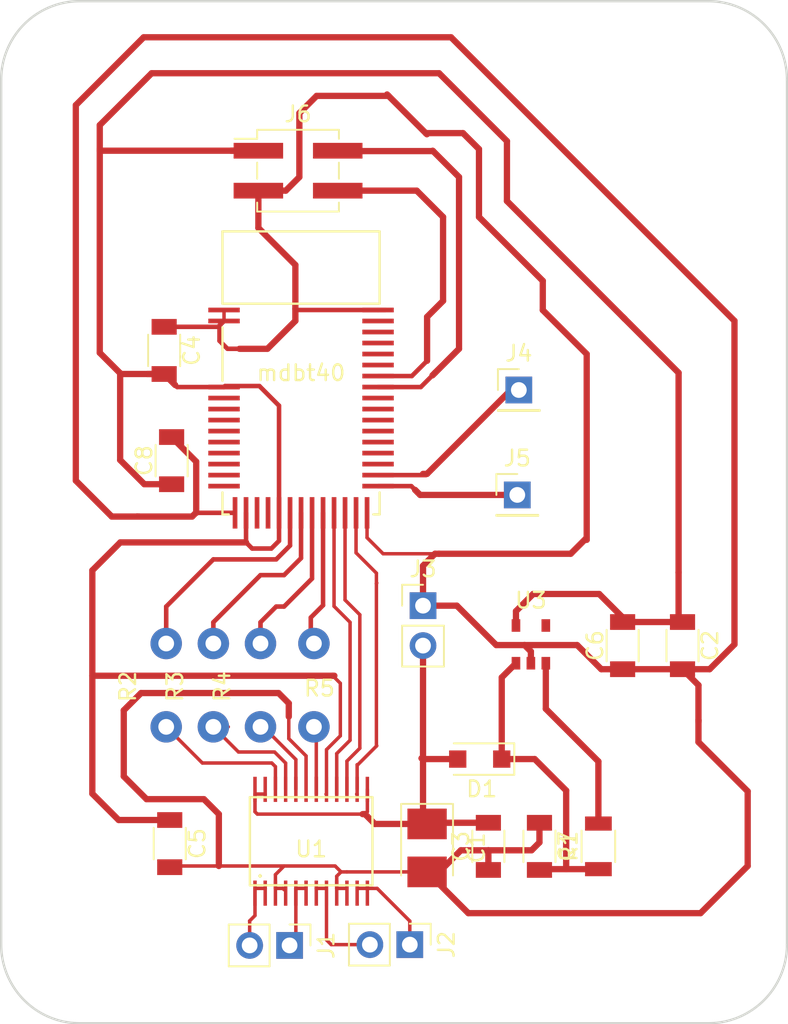
<source format=kicad_pcb>
(kicad_pcb (version 4) (host pcbnew 4.0.7)

  (general
    (links 63)
    (no_connects 0)
    (area 104.924999 84.924999 155.075001 150.075001)
    (thickness 1.6)
    (drawings 8)
    (tracks 306)
    (zones 0)
    (modules 23)
    (nets 49)
  )

  (page A4)
  (layers
    (0 F.Cu signal)
    (31 B.Cu signal)
    (32 B.Adhes user)
    (33 F.Adhes user)
    (34 B.Paste user)
    (35 F.Paste user)
    (36 B.SilkS user)
    (37 F.SilkS user)
    (38 B.Mask user)
    (39 F.Mask user)
    (40 Dwgs.User user)
    (41 Cmts.User user)
    (42 Eco1.User user)
    (43 Eco2.User user)
    (44 Edge.Cuts user)
    (45 Margin user)
    (46 B.CrtYd user)
    (47 F.CrtYd user)
    (48 B.Fab user)
    (49 F.Fab user)
  )

  (setup
    (last_trace_width 0.4)
    (user_trace_width 0.22)
    (user_trace_width 0.29)
    (user_trace_width 0.3)
    (trace_clearance 0.4)
    (zone_clearance 0.508)
    (zone_45_only no)
    (trace_min 0.2)
    (segment_width 0.2)
    (edge_width 0.15)
    (via_size 0.6)
    (via_drill 0.4)
    (via_min_size 0.4)
    (via_min_drill 0.3)
    (uvia_size 0.3)
    (uvia_drill 0.1)
    (uvias_allowed no)
    (uvia_min_size 0.2)
    (uvia_min_drill 0.1)
    (pcb_text_width 0.3)
    (pcb_text_size 1.5 1.5)
    (mod_edge_width 0.15)
    (mod_text_size 1 1)
    (mod_text_width 0.15)
    (pad_size 1.6 0.22)
    (pad_drill 0)
    (pad_to_mask_clearance 0.2)
    (aux_axis_origin 0 0)
    (visible_elements FFFFFF7F)
    (pcbplotparams
      (layerselection 0x00030_80000001)
      (usegerberextensions false)
      (excludeedgelayer true)
      (linewidth 0.100000)
      (plotframeref false)
      (viasonmask false)
      (mode 1)
      (useauxorigin false)
      (hpglpennumber 1)
      (hpglpenspeed 20)
      (hpglpendiameter 15)
      (hpglpenoverlay 2)
      (psnegative false)
      (psa4output false)
      (plotreference true)
      (plotvalue true)
      (plotinvisibletext false)
      (padsonsilk false)
      (subtractmaskfromsilk false)
      (outputformat 1)
      (mirror false)
      (drillshape 1)
      (scaleselection 1)
      (outputdirectory ""))
  )

  (net 0 "")
  (net 1 +6V)
  (net 2 GND)
  (net 3 VCC)
  (net 4 "Net-(C7-Pad2)")
  (net 5 "Net-(J1-Pad1)")
  (net 6 "Net-(J1-Pad2)")
  (net 7 "Net-(J2-Pad1)")
  (net 8 "Net-(J2-Pad2)")
  (net 9 "Net-(J4-Pad1)")
  (net 10 "Net-(J5-Pad1)")
  (net 11 "Net-(J6-Pad2)")
  (net 12 "Net-(J6-Pad4)")
  (net 13 "Net-(R1-Pad2)")
  (net 14 "Net-(U1-Pad21)")
  (net 15 "Net-(U1-Pad22)")
  (net 16 "Net-(U1-Pad23)")
  (net 17 "Net-(U2-Pad4)")
  (net 18 "Net-(U2-Pad5)")
  (net 19 "Net-(U2-Pad6)")
  (net 20 "Net-(U2-Pad7)")
  (net 21 "Net-(U2-Pad8)")
  (net 22 "Net-(U2-Pad9)")
  (net 23 "Net-(U2-Pad10)")
  (net 24 "Net-(U2-Pad11)")
  (net 25 "Net-(U2-Pad12)")
  (net 26 "Net-(U2-Pad15)")
  (net 27 "Net-(U2-Pad28)")
  (net 28 "Net-(U2-Pad29)")
  (net 29 "Net-(U2-Pad30)")
  (net 30 "Net-(U2-Pad31)")
  (net 31 "Net-(U2-Pad32)")
  (net 32 "Net-(U2-Pad33)")
  (net 33 "Net-(U2-Pad34)")
  (net 34 "Net-(U2-Pad37)")
  (net 35 "Net-(U2-Pad39)")
  (net 36 "Net-(U2-Pad40)")
  (net 37 "Net-(U2-Pad41)")
  (net 38 "Net-(U2-Pad38)")
  (net 39 "Net-(U3-Pad4)")
  (net 40 "Net-(U2-Pad16)")
  (net 41 "Net-(R2-Pad1)")
  (net 42 "Net-(R2-Pad2)")
  (net 43 "Net-(R3-Pad1)")
  (net 44 "Net-(R3-Pad2)")
  (net 45 "Net-(R4-Pad1)")
  (net 46 "Net-(R4-Pad2)")
  (net 47 "Net-(R5-Pad1)")
  (net 48 "Net-(R5-Pad2)")

  (net_class Default "This is the default net class."
    (clearance 0.4)
    (trace_width 0.4)
    (via_dia 0.6)
    (via_drill 0.4)
    (uvia_dia 0.3)
    (uvia_drill 0.1)
    (add_net +6V)
    (add_net GND)
    (add_net "Net-(C7-Pad2)")
    (add_net "Net-(J1-Pad1)")
    (add_net "Net-(J1-Pad2)")
    (add_net "Net-(J2-Pad1)")
    (add_net "Net-(J2-Pad2)")
    (add_net "Net-(J4-Pad1)")
    (add_net "Net-(J5-Pad1)")
    (add_net "Net-(J6-Pad2)")
    (add_net "Net-(J6-Pad4)")
    (add_net "Net-(R1-Pad2)")
    (add_net "Net-(R2-Pad1)")
    (add_net "Net-(R2-Pad2)")
    (add_net "Net-(R3-Pad1)")
    (add_net "Net-(R3-Pad2)")
    (add_net "Net-(R4-Pad1)")
    (add_net "Net-(R4-Pad2)")
    (add_net "Net-(R5-Pad1)")
    (add_net "Net-(R5-Pad2)")
    (add_net "Net-(U1-Pad21)")
    (add_net "Net-(U1-Pad22)")
    (add_net "Net-(U1-Pad23)")
    (add_net "Net-(U2-Pad10)")
    (add_net "Net-(U2-Pad11)")
    (add_net "Net-(U2-Pad12)")
    (add_net "Net-(U2-Pad15)")
    (add_net "Net-(U2-Pad16)")
    (add_net "Net-(U2-Pad28)")
    (add_net "Net-(U2-Pad29)")
    (add_net "Net-(U2-Pad30)")
    (add_net "Net-(U2-Pad31)")
    (add_net "Net-(U2-Pad32)")
    (add_net "Net-(U2-Pad33)")
    (add_net "Net-(U2-Pad34)")
    (add_net "Net-(U2-Pad37)")
    (add_net "Net-(U2-Pad38)")
    (add_net "Net-(U2-Pad39)")
    (add_net "Net-(U2-Pad4)")
    (add_net "Net-(U2-Pad40)")
    (add_net "Net-(U2-Pad41)")
    (add_net "Net-(U2-Pad5)")
    (add_net "Net-(U2-Pad6)")
    (add_net "Net-(U2-Pad7)")
    (add_net "Net-(U2-Pad8)")
    (add_net "Net-(U2-Pad9)")
    (add_net "Net-(U3-Pad4)")
    (add_net VCC)
  )

  (module ScratchPad:mdbt40_hand_solder (layer F.Cu) (tedit 58F80C5B) (tstamp 5B6B2E81)
    (at 124.08 108.64)
    (path /5B6893CA)
    (fp_text reference U2 (at 0 3) (layer F.Fab)
      (effects (font (size 1 1) (thickness 0.15)))
    )
    (fp_text value mdbt40 (at 0 0) (layer F.SilkS)
      (effects (font (size 1 1) (thickness 0.15)))
    )
    (fp_line (start -6.2 10.2) (end 6.2 10.2) (layer F.CrtYd) (width 0.05))
    (fp_line (start 6.2 10.2) (end 6.2 -9.5) (layer F.CrtYd) (width 0.05))
    (fp_line (start 6.2 -9.5) (end -6.2 -9.5) (layer F.CrtYd) (width 0.05))
    (fp_line (start -6.2 -9.5) (end -6.2 10.2) (layer F.CrtYd) (width 0.05))
    (fp_line (start -5 -4.4) (end -5 -9) (layer F.SilkS) (width 0.15))
    (fp_line (start -5 -9) (end 5 -9) (layer F.SilkS) (width 0.15))
    (fp_line (start 5 -9) (end 5 -4.4) (layer F.SilkS) (width 0.15))
    (fp_line (start -5 -4.4) (end 5 -4.4) (layer F.SilkS) (width 0.15))
    (fp_line (start -5 0.5) (end -5 -2.9) (layer F.SilkS) (width 0.15))
    (fp_line (start 4.6 9) (end 5 9) (layer F.SilkS) (width 0.15))
    (fp_line (start 5 9) (end 5 7.6) (layer F.SilkS) (width 0.15))
    (fp_line (start -5 7.6) (end -5 9) (layer F.SilkS) (width 0.15))
    (fp_line (start -5 9) (end -4.6 9) (layer F.SilkS) (width 0.15))
    (pad 1 smd rect (at -4.9 -4) (size 2 0.3) (layers F.Cu F.Paste F.Mask)
      (net 2 GND))
    (pad 2 smd rect (at -4.9 -3.3) (size 2 0.3) (layers F.Cu F.Paste F.Mask)
      (net 2 GND))
    (pad 3 smd rect (at -4.9 0.9) (size 2 0.3) (layers F.Cu F.Paste F.Mask)
      (net 3 VCC))
    (pad 4 smd rect (at -4.9 1.6) (size 2 0.3) (layers F.Cu F.Paste F.Mask)
      (net 17 "Net-(U2-Pad4)"))
    (pad 5 smd rect (at -4.9 2.3) (size 2 0.3) (layers F.Cu F.Paste F.Mask)
      (net 18 "Net-(U2-Pad5)"))
    (pad 6 smd rect (at -4.9 3) (size 2 0.3) (layers F.Cu F.Paste F.Mask)
      (net 19 "Net-(U2-Pad6)"))
    (pad 7 smd rect (at -4.9 3.7) (size 2 0.3) (layers F.Cu F.Paste F.Mask)
      (net 20 "Net-(U2-Pad7)"))
    (pad 8 smd rect (at -4.9 4.4) (size 2 0.3) (layers F.Cu F.Paste F.Mask)
      (net 21 "Net-(U2-Pad8)"))
    (pad 9 smd rect (at -4.9 5.1) (size 2 0.3) (layers F.Cu F.Paste F.Mask)
      (net 22 "Net-(U2-Pad9)"))
    (pad 10 smd rect (at -4.9 5.8) (size 2 0.3) (layers F.Cu F.Paste F.Mask)
      (net 23 "Net-(U2-Pad10)"))
    (pad 11 smd rect (at -4.9 6.5) (size 2 0.3) (layers F.Cu F.Paste F.Mask)
      (net 24 "Net-(U2-Pad11)"))
    (pad 12 smd rect (at -4.9 7.2) (size 2 0.3) (layers F.Cu F.Paste F.Mask)
      (net 25 "Net-(U2-Pad12)"))
    (pad 13 smd rect (at -4.2 8.9) (size 0.3 2) (layers F.Cu F.Paste F.Mask)
      (net 2 GND))
    (pad 14 smd rect (at -3.5 8.9) (size 0.3 2) (layers F.Cu F.Paste F.Mask)
      (net 3 VCC))
    (pad 15 smd rect (at -2.8 8.9) (size 0.3 2) (layers F.Cu F.Paste F.Mask)
      (net 26 "Net-(U2-Pad15)"))
    (pad 16 smd rect (at -2.1 8.9) (size 0.3 2) (layers F.Cu F.Paste F.Mask)
      (net 40 "Net-(U2-Pad16)"))
    (pad 17 smd rect (at -1.4 8.9) (size 0.3 2) (layers F.Cu F.Paste F.Mask)
      (net 3 VCC))
    (pad 18 smd rect (at -0.7 8.9) (size 0.3 2) (layers F.Cu F.Paste F.Mask)
      (net 42 "Net-(R2-Pad2)"))
    (pad 19 smd rect (at 0 8.9) (size 0.3 2) (layers F.Cu F.Paste F.Mask)
      (net 44 "Net-(R3-Pad2)"))
    (pad 20 smd rect (at 0.7 8.9) (size 0.3 2) (layers F.Cu F.Paste F.Mask)
      (net 46 "Net-(R4-Pad2)"))
    (pad 21 smd rect (at 1.4 8.9) (size 0.3 2) (layers F.Cu F.Paste F.Mask)
      (net 48 "Net-(R5-Pad2)"))
    (pad 22 smd rect (at 2.1 8.9) (size 0.3 2) (layers F.Cu F.Paste F.Mask)
      (net 14 "Net-(U1-Pad21)"))
    (pad 23 smd rect (at 2.8 8.9) (size 0.3 2) (layers F.Cu F.Paste F.Mask)
      (net 15 "Net-(U1-Pad22)"))
    (pad 24 smd rect (at 3.5 8.9) (size 0.3 2) (layers F.Cu F.Paste F.Mask)
      (net 16 "Net-(U1-Pad23)"))
    (pad 25 smd rect (at 4.2 8.9) (size 0.3 2) (layers F.Cu F.Paste F.Mask)
      (net 2 GND))
    (pad 26 smd rect (at 4.9 7.2) (size 2 0.3) (layers F.Cu F.Paste F.Mask)
      (net 10 "Net-(J5-Pad1)"))
    (pad 27 smd rect (at 4.9 6.5) (size 2 0.3) (layers F.Cu F.Paste F.Mask)
      (net 9 "Net-(J4-Pad1)"))
    (pad 28 smd rect (at 4.9 5.8) (size 2 0.3) (layers F.Cu F.Paste F.Mask)
      (net 27 "Net-(U2-Pad28)"))
    (pad 29 smd rect (at 4.9 5.1) (size 2 0.3) (layers F.Cu F.Paste F.Mask)
      (net 28 "Net-(U2-Pad29)"))
    (pad 30 smd rect (at 4.9 4.4) (size 2 0.3) (layers F.Cu F.Paste F.Mask)
      (net 29 "Net-(U2-Pad30)"))
    (pad 31 smd rect (at 4.9 3.7) (size 2 0.3) (layers F.Cu F.Paste F.Mask)
      (net 30 "Net-(U2-Pad31)"))
    (pad 32 smd rect (at 4.9 3) (size 2 0.3) (layers F.Cu F.Paste F.Mask)
      (net 31 "Net-(U2-Pad32)"))
    (pad 33 smd rect (at 4.9 2.3) (size 2 0.3) (layers F.Cu F.Paste F.Mask)
      (net 32 "Net-(U2-Pad33)"))
    (pad 34 smd rect (at 4.9 1.6) (size 2 0.3) (layers F.Cu F.Paste F.Mask)
      (net 33 "Net-(U2-Pad34)"))
    (pad 35 smd rect (at 4.9 0.9) (size 2 0.3) (layers F.Cu F.Paste F.Mask)
      (net 11 "Net-(J6-Pad2)"))
    (pad 36 smd rect (at 4.9 0.2) (size 2 0.3) (layers F.Cu F.Paste F.Mask)
      (net 12 "Net-(J6-Pad4)"))
    (pad 37 smd rect (at 4.9 -0.5) (size 2 0.3) (layers F.Cu F.Paste F.Mask)
      (net 34 "Net-(U2-Pad37)"))
    (pad 39 smd rect (at 4.9 -1.9) (size 2 0.3) (layers F.Cu F.Paste F.Mask)
      (net 35 "Net-(U2-Pad39)"))
    (pad 40 smd rect (at 4.9 -2.6) (size 2 0.3) (layers F.Cu F.Paste F.Mask)
      (net 36 "Net-(U2-Pad40)"))
    (pad 41 smd rect (at 4.9 -3.3) (size 2 0.3) (layers F.Cu F.Paste F.Mask)
      (net 37 "Net-(U2-Pad41)"))
    (pad 42 smd rect (at 4.9 -4) (size 2 0.3) (layers F.Cu F.Paste F.Mask)
      (net 2 GND))
    (pad 38 smd rect (at 4.9 -1.2) (size 2 0.3) (layers F.Cu F.Paste F.Mask)
      (net 38 "Net-(U2-Pad38)"))
  )

  (module Capacitors_Tantalum_SMD:CP_Tantalum_Case-B_EIA-3528-21_Reflow (layer F.Cu) (tedit 58CC8C08) (tstamp 5B6B2D78)
    (at 132.1 138.85 270)
    (descr "Tantalum capacitor, Case B, EIA 3528-21, 3.5x2.8x1.9mm, Reflow soldering footprint")
    (tags "capacitor tantalum smd")
    (path /5B6A07E3)
    (attr smd)
    (fp_text reference C1 (at 0 -3.15 270) (layer F.SilkS)
      (effects (font (size 1 1) (thickness 0.15)))
    )
    (fp_text value 10uF (at 0 3.15 270) (layer F.Fab)
      (effects (font (size 1 1) (thickness 0.15)))
    )
    (fp_text user %R (at 0 0 270) (layer F.Fab)
      (effects (font (size 0.8 0.8) (thickness 0.12)))
    )
    (fp_line (start -2.85 -1.75) (end -2.85 1.75) (layer F.CrtYd) (width 0.05))
    (fp_line (start -2.85 1.75) (end 2.85 1.75) (layer F.CrtYd) (width 0.05))
    (fp_line (start 2.85 1.75) (end 2.85 -1.75) (layer F.CrtYd) (width 0.05))
    (fp_line (start 2.85 -1.75) (end -2.85 -1.75) (layer F.CrtYd) (width 0.05))
    (fp_line (start -1.75 -1.4) (end -1.75 1.4) (layer F.Fab) (width 0.1))
    (fp_line (start -1.75 1.4) (end 1.75 1.4) (layer F.Fab) (width 0.1))
    (fp_line (start 1.75 1.4) (end 1.75 -1.4) (layer F.Fab) (width 0.1))
    (fp_line (start 1.75 -1.4) (end -1.75 -1.4) (layer F.Fab) (width 0.1))
    (fp_line (start -1.4 -1.4) (end -1.4 1.4) (layer F.Fab) (width 0.1))
    (fp_line (start -1.225 -1.4) (end -1.225 1.4) (layer F.Fab) (width 0.1))
    (fp_line (start -2.8 -1.65) (end 1.75 -1.65) (layer F.SilkS) (width 0.12))
    (fp_line (start -2.8 1.65) (end 1.75 1.65) (layer F.SilkS) (width 0.12))
    (fp_line (start -2.8 -1.65) (end -2.8 1.65) (layer F.SilkS) (width 0.12))
    (pad 1 smd rect (at -1.525 0 270) (size 1.95 2.5) (layers F.Cu F.Paste F.Mask)
      (net 1 +6V))
    (pad 2 smd rect (at 1.525 0 270) (size 1.95 2.5) (layers F.Cu F.Paste F.Mask)
      (net 2 GND))
    (model Capacitors_Tantalum_SMD.3dshapes/CP_Tantalum_Case-B_EIA-3528-21.wrl
      (at (xyz 0 0 0))
      (scale (xyz 1 1 1))
      (rotate (xyz 0 0 0))
    )
  )

  (module Capacitors_SMD:C_1206 (layer F.Cu) (tedit 5B7716C0) (tstamp 5B6B2D89)
    (at 148.352 125.984 270)
    (descr "Capacitor SMD 1206, reflow soldering, AVX (see smccp.pdf)")
    (tags "capacitor 1206")
    (path /5B6B4620)
    (attr smd)
    (fp_text reference C2 (at 0 -1.75 270) (layer F.SilkS)
      (effects (font (size 1 1) (thickness 0.15)))
    )
    (fp_text value 10uF (at 0.616 -3.848 270) (layer F.Fab)
      (effects (font (size 1 1) (thickness 0.15)))
    )
    (fp_text user %R (at -3.37 1.16 270) (layer F.Fab)
      (effects (font (size 1 1) (thickness 0.15)))
    )
    (fp_line (start -1.6 0.8) (end -1.6 -0.8) (layer F.Fab) (width 0.1))
    (fp_line (start 1.6 0.8) (end -1.6 0.8) (layer F.Fab) (width 0.1))
    (fp_line (start 1.6 -0.8) (end 1.6 0.8) (layer F.Fab) (width 0.1))
    (fp_line (start -1.6 -0.8) (end 1.6 -0.8) (layer F.Fab) (width 0.1))
    (fp_line (start 1 -1.02) (end -1 -1.02) (layer F.SilkS) (width 0.12))
    (fp_line (start -1 1.02) (end 1 1.02) (layer F.SilkS) (width 0.12))
    (fp_line (start -2.25 -1.05) (end 2.25 -1.05) (layer F.CrtYd) (width 0.05))
    (fp_line (start -2.25 -1.05) (end -2.25 1.05) (layer F.CrtYd) (width 0.05))
    (fp_line (start 2.25 1.05) (end 2.25 -1.05) (layer F.CrtYd) (width 0.05))
    (fp_line (start 2.25 1.05) (end -2.25 1.05) (layer F.CrtYd) (width 0.05))
    (pad 1 smd rect (at -1.5 0 270) (size 1 1.6) (layers F.Cu F.Paste F.Mask)
      (net 3 VCC))
    (pad 2 smd rect (at 1.5 0 270) (size 1 1.6) (layers F.Cu F.Paste F.Mask)
      (net 2 GND))
    (model Capacitors_SMD.3dshapes/C_1206.wrl
      (at (xyz 0 0 0))
      (scale (xyz 1 1 1))
      (rotate (xyz 0 0 0))
    )
  )

  (module Capacitors_SMD:C_1206 (layer F.Cu) (tedit 5B770FCA) (tstamp 5B6B2D9A)
    (at 136 138.75 90)
    (descr "Capacitor SMD 1206, reflow soldering, AVX (see smccp.pdf)")
    (tags "capacitor 1206")
    (path /5B6A0641)
    (attr smd)
    (fp_text reference C3 (at 0 -1.75 90) (layer F.SilkS)
      (effects (font (size 1 1) (thickness 0.15)))
    )
    (fp_text value 0.1uF (at -4.25 0.7 90) (layer F.Fab)
      (effects (font (size 1 1) (thickness 0.15)))
    )
    (fp_text user %R (at 0 -1.75 90) (layer F.Fab)
      (effects (font (size 1 1) (thickness 0.15)))
    )
    (fp_line (start -1.6 0.8) (end -1.6 -0.8) (layer F.Fab) (width 0.1))
    (fp_line (start 1.6 0.8) (end -1.6 0.8) (layer F.Fab) (width 0.1))
    (fp_line (start 1.6 -0.8) (end 1.6 0.8) (layer F.Fab) (width 0.1))
    (fp_line (start -1.6 -0.8) (end 1.6 -0.8) (layer F.Fab) (width 0.1))
    (fp_line (start 1 -1.02) (end -1 -1.02) (layer F.SilkS) (width 0.12))
    (fp_line (start -1 1.02) (end 1 1.02) (layer F.SilkS) (width 0.12))
    (fp_line (start -2.25 -1.05) (end 2.25 -1.05) (layer F.CrtYd) (width 0.05))
    (fp_line (start -2.25 -1.05) (end -2.25 1.05) (layer F.CrtYd) (width 0.05))
    (fp_line (start 2.25 1.05) (end 2.25 -1.05) (layer F.CrtYd) (width 0.05))
    (fp_line (start 2.25 1.05) (end -2.25 1.05) (layer F.CrtYd) (width 0.05))
    (pad 1 smd rect (at -1.5 0 90) (size 1 1.6) (layers F.Cu F.Paste F.Mask)
      (net 2 GND))
    (pad 2 smd rect (at 1.5 0 90) (size 1 1.6) (layers F.Cu F.Paste F.Mask)
      (net 1 +6V))
    (model Capacitors_SMD.3dshapes/C_1206.wrl
      (at (xyz 0 0 0))
      (scale (xyz 1 1 1))
      (rotate (xyz 0 0 0))
    )
  )

  (module Capacitors_SMD:C_1206 (layer F.Cu) (tedit 58AA84B8) (tstamp 5B6B2DAB)
    (at 115.37 107.21 270)
    (descr "Capacitor SMD 1206, reflow soldering, AVX (see smccp.pdf)")
    (tags "capacitor 1206")
    (path /5B69DFE6)
    (attr smd)
    (fp_text reference C4 (at 0 -1.75 270) (layer F.SilkS)
      (effects (font (size 1 1) (thickness 0.15)))
    )
    (fp_text value 1uF (at 0 2 270) (layer F.Fab)
      (effects (font (size 1 1) (thickness 0.15)))
    )
    (fp_text user %R (at 0 -1.75 270) (layer F.Fab)
      (effects (font (size 1 1) (thickness 0.15)))
    )
    (fp_line (start -1.6 0.8) (end -1.6 -0.8) (layer F.Fab) (width 0.1))
    (fp_line (start 1.6 0.8) (end -1.6 0.8) (layer F.Fab) (width 0.1))
    (fp_line (start 1.6 -0.8) (end 1.6 0.8) (layer F.Fab) (width 0.1))
    (fp_line (start -1.6 -0.8) (end 1.6 -0.8) (layer F.Fab) (width 0.1))
    (fp_line (start 1 -1.02) (end -1 -1.02) (layer F.SilkS) (width 0.12))
    (fp_line (start -1 1.02) (end 1 1.02) (layer F.SilkS) (width 0.12))
    (fp_line (start -2.25 -1.05) (end 2.25 -1.05) (layer F.CrtYd) (width 0.05))
    (fp_line (start -2.25 -1.05) (end -2.25 1.05) (layer F.CrtYd) (width 0.05))
    (fp_line (start 2.25 1.05) (end 2.25 -1.05) (layer F.CrtYd) (width 0.05))
    (fp_line (start 2.25 1.05) (end -2.25 1.05) (layer F.CrtYd) (width 0.05))
    (pad 1 smd rect (at -1.5 0 270) (size 1 1.6) (layers F.Cu F.Paste F.Mask)
      (net 2 GND))
    (pad 2 smd rect (at 1.5 0 270) (size 1 1.6) (layers F.Cu F.Paste F.Mask)
      (net 3 VCC))
    (model Capacitors_SMD.3dshapes/C_1206.wrl
      (at (xyz 0 0 0))
      (scale (xyz 1 1 1))
      (rotate (xyz 0 0 0))
    )
  )

  (module Capacitors_SMD:C_1206 (layer F.Cu) (tedit 5B6B2EA6) (tstamp 5B6B2DBC)
    (at 115.725 138.575 270)
    (descr "Capacitor SMD 1206, reflow soldering, AVX (see smccp.pdf)")
    (tags "capacitor 1206")
    (path /5B69EDDC)
    (attr smd)
    (fp_text reference C5 (at 0 -1.75 270) (layer F.SilkS)
      (effects (font (size 1 1) (thickness 0.15)))
    )
    (fp_text value 0.1uF (at 0 2 270) (layer F.Fab)
      (effects (font (size 1 1) (thickness 0.15)))
    )
    (fp_text user %R (at 0 -1.75 270) (layer F.Fab)
      (effects (font (size 1 1) (thickness 0.15)))
    )
    (fp_line (start -1.6 0.8) (end -1.6 -0.8) (layer F.Fab) (width 0.1))
    (fp_line (start 1.6 0.8) (end -1.6 0.8) (layer F.Fab) (width 0.1))
    (fp_line (start 1.6 -0.8) (end 1.6 0.8) (layer F.Fab) (width 0.1))
    (fp_line (start -1.6 -0.8) (end 1.6 -0.8) (layer F.Fab) (width 0.1))
    (fp_line (start 1 -1.02) (end -1 -1.02) (layer F.SilkS) (width 0.12))
    (fp_line (start -1 1.02) (end 1 1.02) (layer F.SilkS) (width 0.12))
    (fp_line (start -2.25 -1.05) (end 2.25 -1.05) (layer F.CrtYd) (width 0.05))
    (fp_line (start -2.25 -1.05) (end -2.25 1.05) (layer F.CrtYd) (width 0.05))
    (fp_line (start 2.25 1.05) (end 2.25 -1.05) (layer F.CrtYd) (width 0.05))
    (fp_line (start 2.25 1.05) (end -2.25 1.05) (layer F.CrtYd) (width 0.05))
    (pad 1 smd rect (at -1.5 0 270) (size 1 1.6) (layers F.Cu F.Paste F.Mask)
      (net 3 VCC))
    (pad 2 smd rect (at 1.5 0 270) (size 1 1.6) (layers F.Cu F.Paste F.Mask)
      (net 2 GND))
    (model Capacitors_SMD.3dshapes/C_1206.wrl
      (at (xyz 0 0 0))
      (scale (xyz 1 1 1))
      (rotate (xyz 0 0 0))
    )
  )

  (module Capacitors_SMD:C_1206 (layer F.Cu) (tedit 5B6B2E76) (tstamp 5B6B2DCD)
    (at 144.542 125.984 90)
    (descr "Capacitor SMD 1206, reflow soldering, AVX (see smccp.pdf)")
    (tags "capacitor 1206")
    (path /5B6B3646)
    (attr smd)
    (fp_text reference C6 (at 0 -1.75 90) (layer F.SilkS)
      (effects (font (size 1 1) (thickness 0.15)))
    )
    (fp_text value 1uF (at 0 2.032 90) (layer F.Fab)
      (effects (font (size 1 1) (thickness 0.15)))
    )
    (fp_text user %R (at 0 -1.75 90) (layer F.Fab)
      (effects (font (size 1 1) (thickness 0.15)))
    )
    (fp_line (start -1.6 0.8) (end -1.6 -0.8) (layer F.Fab) (width 0.1))
    (fp_line (start 1.6 0.8) (end -1.6 0.8) (layer F.Fab) (width 0.1))
    (fp_line (start 1.6 -0.8) (end 1.6 0.8) (layer F.Fab) (width 0.1))
    (fp_line (start -1.6 -0.8) (end 1.6 -0.8) (layer F.Fab) (width 0.1))
    (fp_line (start 1 -1.02) (end -1 -1.02) (layer F.SilkS) (width 0.12))
    (fp_line (start -1 1.02) (end 1 1.02) (layer F.SilkS) (width 0.12))
    (fp_line (start -2.25 -1.05) (end 2.25 -1.05) (layer F.CrtYd) (width 0.05))
    (fp_line (start -2.25 -1.05) (end -2.25 1.05) (layer F.CrtYd) (width 0.05))
    (fp_line (start 2.25 1.05) (end 2.25 -1.05) (layer F.CrtYd) (width 0.05))
    (fp_line (start 2.25 1.05) (end -2.25 1.05) (layer F.CrtYd) (width 0.05))
    (pad 1 smd rect (at -1.5 0 90) (size 1 1.6) (layers F.Cu F.Paste F.Mask)
      (net 2 GND))
    (pad 2 smd rect (at 1.5 0 90) (size 1 1.6) (layers F.Cu F.Paste F.Mask)
      (net 3 VCC))
    (model Capacitors_SMD.3dshapes/C_1206.wrl
      (at (xyz 0 0 0))
      (scale (xyz 1 1 1))
      (rotate (xyz 0 0 0))
    )
  )

  (module Capacitors_SMD:C_1206 (layer F.Cu) (tedit 5B770FD0) (tstamp 5B6B2DDE)
    (at 139.25 138.75 270)
    (descr "Capacitor SMD 1206, reflow soldering, AVX (see smccp.pdf)")
    (tags "capacitor 1206")
    (path /5B6B3583)
    (attr smd)
    (fp_text reference C7 (at 0 -1.75 270) (layer F.SilkS)
      (effects (font (size 1 1) (thickness 0.15)))
    )
    (fp_text value 10uF (at 4.35 -0.45 270) (layer F.Fab)
      (effects (font (size 1 1) (thickness 0.15)))
    )
    (fp_text user %R (at 0 -1.75 270) (layer F.Fab)
      (effects (font (size 1 1) (thickness 0.15)))
    )
    (fp_line (start -1.6 0.8) (end -1.6 -0.8) (layer F.Fab) (width 0.1))
    (fp_line (start 1.6 0.8) (end -1.6 0.8) (layer F.Fab) (width 0.1))
    (fp_line (start 1.6 -0.8) (end 1.6 0.8) (layer F.Fab) (width 0.1))
    (fp_line (start -1.6 -0.8) (end 1.6 -0.8) (layer F.Fab) (width 0.1))
    (fp_line (start 1 -1.02) (end -1 -1.02) (layer F.SilkS) (width 0.12))
    (fp_line (start -1 1.02) (end 1 1.02) (layer F.SilkS) (width 0.12))
    (fp_line (start -2.25 -1.05) (end 2.25 -1.05) (layer F.CrtYd) (width 0.05))
    (fp_line (start -2.25 -1.05) (end -2.25 1.05) (layer F.CrtYd) (width 0.05))
    (fp_line (start 2.25 1.05) (end 2.25 -1.05) (layer F.CrtYd) (width 0.05))
    (fp_line (start 2.25 1.05) (end -2.25 1.05) (layer F.CrtYd) (width 0.05))
    (pad 1 smd rect (at -1.5 0 270) (size 1 1.6) (layers F.Cu F.Paste F.Mask)
      (net 2 GND))
    (pad 2 smd rect (at 1.5 0 270) (size 1 1.6) (layers F.Cu F.Paste F.Mask)
      (net 4 "Net-(C7-Pad2)"))
    (model Capacitors_SMD.3dshapes/C_1206.wrl
      (at (xyz 0 0 0))
      (scale (xyz 1 1 1))
      (rotate (xyz 0 0 0))
    )
  )

  (module Capacitors_SMD:C_1206 (layer F.Cu) (tedit 5B6C92C5) (tstamp 5B6B2DEF)
    (at 115.845 114.22 90)
    (descr "Capacitor SMD 1206, reflow soldering, AVX (see smccp.pdf)")
    (tags "capacitor 1206")
    (path /5B6AFFFF)
    (attr smd)
    (fp_text reference C8 (at 0 -1.75 90) (layer F.SilkS)
      (effects (font (size 1 1) (thickness 0.15)))
    )
    (fp_text value "1 uF" (at 0 2 90) (layer F.Fab)
      (effects (font (size 1 1) (thickness 0.15)))
    )
    (fp_text user %R (at 0 -1.75 90) (layer F.Fab)
      (effects (font (size 1 1) (thickness 0.15)))
    )
    (fp_line (start -1.6 0.8) (end -1.6 -0.8) (layer F.Fab) (width 0.1))
    (fp_line (start 1.6 0.8) (end -1.6 0.8) (layer F.Fab) (width 0.1))
    (fp_line (start 1.6 -0.8) (end 1.6 0.8) (layer F.Fab) (width 0.1))
    (fp_line (start -1.6 -0.8) (end 1.6 -0.8) (layer F.Fab) (width 0.1))
    (fp_line (start 1 -1.02) (end -1 -1.02) (layer F.SilkS) (width 0.12))
    (fp_line (start -1 1.02) (end 1 1.02) (layer F.SilkS) (width 0.12))
    (fp_line (start -2.25 -1.05) (end 2.25 -1.05) (layer F.CrtYd) (width 0.05))
    (fp_line (start -2.25 -1.05) (end -2.25 1.05) (layer F.CrtYd) (width 0.05))
    (fp_line (start 2.25 1.05) (end 2.25 -1.05) (layer F.CrtYd) (width 0.05))
    (fp_line (start 2.25 1.05) (end -2.25 1.05) (layer F.CrtYd) (width 0.05))
    (pad 1 smd rect (at -1.5 0 90) (size 1 1.6) (layers F.Cu F.Paste F.Mask)
      (net 3 VCC))
    (pad 2 smd rect (at 1.5 0 90) (size 1 1.6) (layers F.Cu F.Paste F.Mask)
      (net 2 GND))
    (model Capacitors_SMD.3dshapes/C_1206.wrl
      (at (xyz 0 0 0))
      (scale (xyz 1 1 1))
      (rotate (xyz 0 0 0))
    )
  )

  (module Diodes_SMD:D_SOD-123F (layer F.Cu) (tedit 5B6D0416) (tstamp 5B6B2E08)
    (at 135.45 133.2 180)
    (descr D_SOD-123F)
    (tags D_SOD-123F)
    (path /5B6B3FBC)
    (attr smd)
    (fp_text reference D1 (at -0.127 -1.905 180) (layer F.SilkS)
      (effects (font (size 1 1) (thickness 0.15)))
    )
    (fp_text value mbr120 (at 0 1.524 180) (layer F.Fab)
      (effects (font (size 1 1) (thickness 0.15)))
    )
    (fp_text user %R (at -0.127 -1.905 180) (layer F.Fab)
      (effects (font (size 1 1) (thickness 0.15)))
    )
    (fp_line (start -2.2 -1) (end -2.2 1) (layer F.SilkS) (width 0.12))
    (fp_line (start 0.25 0) (end 0.75 0) (layer F.Fab) (width 0.1))
    (fp_line (start 0.25 0.4) (end -0.35 0) (layer F.Fab) (width 0.1))
    (fp_line (start 0.25 -0.4) (end 0.25 0.4) (layer F.Fab) (width 0.1))
    (fp_line (start -0.35 0) (end 0.25 -0.4) (layer F.Fab) (width 0.1))
    (fp_line (start -0.35 0) (end -0.35 0.55) (layer F.Fab) (width 0.1))
    (fp_line (start -0.35 0) (end -0.35 -0.55) (layer F.Fab) (width 0.1))
    (fp_line (start -0.75 0) (end -0.35 0) (layer F.Fab) (width 0.1))
    (fp_line (start -1.4 0.9) (end -1.4 -0.9) (layer F.Fab) (width 0.1))
    (fp_line (start 1.4 0.9) (end -1.4 0.9) (layer F.Fab) (width 0.1))
    (fp_line (start 1.4 -0.9) (end 1.4 0.9) (layer F.Fab) (width 0.1))
    (fp_line (start -1.4 -0.9) (end 1.4 -0.9) (layer F.Fab) (width 0.1))
    (fp_line (start -2.2 -1.15) (end 2.2 -1.15) (layer F.CrtYd) (width 0.05))
    (fp_line (start 2.2 -1.15) (end 2.2 1.15) (layer F.CrtYd) (width 0.05))
    (fp_line (start 2.2 1.15) (end -2.2 1.15) (layer F.CrtYd) (width 0.05))
    (fp_line (start -2.2 -1.15) (end -2.2 1.15) (layer F.CrtYd) (width 0.05))
    (fp_line (start -2.2 1) (end 1.65 1) (layer F.SilkS) (width 0.12))
    (fp_line (start -2.2 -1) (end 1.65 -1) (layer F.SilkS) (width 0.12))
    (pad 1 smd rect (at -1.4 0 180) (size 1.1 1.1) (layers F.Cu F.Paste F.Mask)
      (net 4 "Net-(C7-Pad2)"))
    (pad 2 smd rect (at 1.4 0 180) (size 1.1 1.1) (layers F.Cu F.Paste F.Mask)
      (net 1 +6V))
    (model ${KISYS3DMOD}/Diodes_SMD.3dshapes/D_SOD-123F.wrl
      (at (xyz 0 0 0))
      (scale (xyz 1 1 1))
      (rotate (xyz 0 0 0))
    )
  )

  (module Pin_Headers:Pin_Header_Straight_1x02_Pitch2.54mm (layer F.Cu) (tedit 5B7194FC) (tstamp 5B6B2E0E)
    (at 123.35 145.05 270)
    (descr "Through hole straight pin header, 1x02, 2.54mm pitch, single row")
    (tags "Through hole pin header THT 1x02 2.54mm single row")
    (path /5B69E49A)
    (fp_text reference J1 (at 0 -2.33 270) (layer F.SilkS)
      (effects (font (size 1 1) (thickness 0.15)))
    )
    (fp_text value Conn_01x02 (at 3.15 0.95 360) (layer F.Fab)
      (effects (font (size 1 1) (thickness 0.15)))
    )
    (fp_line (start -0.635 -1.27) (end 1.27 -1.27) (layer F.Fab) (width 0.1))
    (fp_line (start 1.27 -1.27) (end 1.27 3.81) (layer F.Fab) (width 0.1))
    (fp_line (start 1.27 3.81) (end -1.27 3.81) (layer F.Fab) (width 0.1))
    (fp_line (start -1.27 3.81) (end -1.27 -0.635) (layer F.Fab) (width 0.1))
    (fp_line (start -1.27 -0.635) (end -0.635 -1.27) (layer F.Fab) (width 0.1))
    (fp_line (start -1.33 3.87) (end 1.33 3.87) (layer F.SilkS) (width 0.12))
    (fp_line (start -1.33 1.27) (end -1.33 3.87) (layer F.SilkS) (width 0.12))
    (fp_line (start 1.33 1.27) (end 1.33 3.87) (layer F.SilkS) (width 0.12))
    (fp_line (start -1.33 1.27) (end 1.33 1.27) (layer F.SilkS) (width 0.12))
    (fp_line (start -1.33 0) (end -1.33 -1.33) (layer F.SilkS) (width 0.12))
    (fp_line (start -1.33 -1.33) (end 0 -1.33) (layer F.SilkS) (width 0.12))
    (fp_line (start -1.8 -1.8) (end -1.8 4.35) (layer F.CrtYd) (width 0.05))
    (fp_line (start -1.8 4.35) (end 1.8 4.35) (layer F.CrtYd) (width 0.05))
    (fp_line (start 1.8 4.35) (end 1.8 -1.8) (layer F.CrtYd) (width 0.05))
    (fp_line (start 1.8 -1.8) (end -1.8 -1.8) (layer F.CrtYd) (width 0.05))
    (fp_text user %R (at 0 1.27 360) (layer F.Fab)
      (effects (font (size 1 1) (thickness 0.15)))
    )
    (pad 1 thru_hole rect (at 0 0 270) (size 1.7 1.7) (drill 1) (layers *.Cu *.Mask)
      (net 5 "Net-(J1-Pad1)"))
    (pad 2 thru_hole oval (at 0 2.54 270) (size 1.7 1.7) (drill 1) (layers *.Cu *.Mask)
      (net 6 "Net-(J1-Pad2)"))
    (model ${KISYS3DMOD}/Pin_Headers.3dshapes/Pin_Header_Straight_1x02_Pitch2.54mm.wrl
      (at (xyz 0 0 0))
      (scale (xyz 1 1 1))
      (rotate (xyz 0 0 0))
    )
  )

  (module Pin_Headers:Pin_Header_Straight_1x02_Pitch2.54mm (layer F.Cu) (tedit 5B7194FD) (tstamp 5B6B2E14)
    (at 131 145 270)
    (descr "Through hole straight pin header, 1x02, 2.54mm pitch, single row")
    (tags "Through hole pin header THT 1x02 2.54mm single row")
    (path /5B69E565)
    (fp_text reference J2 (at 0 -2.33 270) (layer F.SilkS)
      (effects (font (size 1 1) (thickness 0.15)))
    )
    (fp_text value Conn_01x02 (at 2.9 0.1 360) (layer F.Fab)
      (effects (font (size 1 1) (thickness 0.15)))
    )
    (fp_line (start -0.635 -1.27) (end 1.27 -1.27) (layer F.Fab) (width 0.1))
    (fp_line (start 1.27 -1.27) (end 1.27 3.81) (layer F.Fab) (width 0.1))
    (fp_line (start 1.27 3.81) (end -1.27 3.81) (layer F.Fab) (width 0.1))
    (fp_line (start -1.27 3.81) (end -1.27 -0.635) (layer F.Fab) (width 0.1))
    (fp_line (start -1.27 -0.635) (end -0.635 -1.27) (layer F.Fab) (width 0.1))
    (fp_line (start -1.33 3.87) (end 1.33 3.87) (layer F.SilkS) (width 0.12))
    (fp_line (start -1.33 1.27) (end -1.33 3.87) (layer F.SilkS) (width 0.12))
    (fp_line (start 1.33 1.27) (end 1.33 3.87) (layer F.SilkS) (width 0.12))
    (fp_line (start -1.33 1.27) (end 1.33 1.27) (layer F.SilkS) (width 0.12))
    (fp_line (start -1.33 0) (end -1.33 -1.33) (layer F.SilkS) (width 0.12))
    (fp_line (start -1.33 -1.33) (end 0 -1.33) (layer F.SilkS) (width 0.12))
    (fp_line (start -1.8 -1.8) (end -1.8 4.35) (layer F.CrtYd) (width 0.05))
    (fp_line (start -1.8 4.35) (end 1.8 4.35) (layer F.CrtYd) (width 0.05))
    (fp_line (start 1.8 4.35) (end 1.8 -1.8) (layer F.CrtYd) (width 0.05))
    (fp_line (start 1.8 -1.8) (end -1.8 -1.8) (layer F.CrtYd) (width 0.05))
    (fp_text user %R (at 0 1.27 360) (layer F.Fab)
      (effects (font (size 1 1) (thickness 0.15)))
    )
    (pad 1 thru_hole rect (at 0 0 270) (size 1.7 1.7) (drill 1) (layers *.Cu *.Mask)
      (net 7 "Net-(J2-Pad1)"))
    (pad 2 thru_hole oval (at 0 2.54 270) (size 1.7 1.7) (drill 1) (layers *.Cu *.Mask)
      (net 8 "Net-(J2-Pad2)"))
    (model ${KISYS3DMOD}/Pin_Headers.3dshapes/Pin_Header_Straight_1x02_Pitch2.54mm.wrl
      (at (xyz 0 0 0))
      (scale (xyz 1 1 1))
      (rotate (xyz 0 0 0))
    )
  )

  (module Pin_Headers:Pin_Header_Straight_1x02_Pitch2.54mm (layer F.Cu) (tedit 5B6C957F) (tstamp 5B6B2E1A)
    (at 131.842 123.444)
    (descr "Through hole straight pin header, 1x02, 2.54mm pitch, single row")
    (tags "Through hole pin header THT 1x02 2.54mm single row")
    (path /5B6B27BC)
    (fp_text reference J3 (at 0 -2.33) (layer F.SilkS)
      (effects (font (size 1 1) (thickness 0.15)))
    )
    (fp_text value Conn_01x02 (at 0 5.08) (layer F.Fab)
      (effects (font (size 1 1) (thickness 0.15)))
    )
    (fp_line (start -0.635 -1.27) (end 1.27 -1.27) (layer F.Fab) (width 0.1))
    (fp_line (start 1.27 -1.27) (end 1.27 3.81) (layer F.Fab) (width 0.1))
    (fp_line (start 1.27 3.81) (end -1.27 3.81) (layer F.Fab) (width 0.1))
    (fp_line (start -1.27 3.81) (end -1.27 -0.635) (layer F.Fab) (width 0.1))
    (fp_line (start -1.27 -0.635) (end -0.635 -1.27) (layer F.Fab) (width 0.1))
    (fp_line (start -1.33 3.87) (end 1.33 3.87) (layer F.SilkS) (width 0.12))
    (fp_line (start -1.33 1.27) (end -1.33 3.87) (layer F.SilkS) (width 0.12))
    (fp_line (start 1.33 1.27) (end 1.33 3.87) (layer F.SilkS) (width 0.12))
    (fp_line (start -1.33 1.27) (end 1.33 1.27) (layer F.SilkS) (width 0.12))
    (fp_line (start -1.33 0) (end -1.33 -1.33) (layer F.SilkS) (width 0.12))
    (fp_line (start -1.33 -1.33) (end 0 -1.33) (layer F.SilkS) (width 0.12))
    (fp_line (start -1.8 -1.8) (end -1.8 4.35) (layer F.CrtYd) (width 0.05))
    (fp_line (start -1.8 4.35) (end 1.8 4.35) (layer F.CrtYd) (width 0.05))
    (fp_line (start 1.8 4.35) (end 1.8 -1.8) (layer F.CrtYd) (width 0.05))
    (fp_line (start 1.8 -1.8) (end -1.8 -1.8) (layer F.CrtYd) (width 0.05))
    (fp_text user %R (at 0 1.27 90) (layer F.Fab)
      (effects (font (size 1 1) (thickness 0.15)))
    )
    (pad 1 thru_hole rect (at 0 0) (size 1.7 1.7) (drill 1) (layers *.Cu *.Mask)
      (net 2 GND))
    (pad 2 thru_hole oval (at 0 2.54) (size 1.7 1.7) (drill 1) (layers *.Cu *.Mask)
      (net 1 +6V))
    (model ${KISYS3DMOD}/Pin_Headers.3dshapes/Pin_Header_Straight_1x02_Pitch2.54mm.wrl
      (at (xyz 0 0 0))
      (scale (xyz 1 1 1))
      (rotate (xyz 0 0 0))
    )
  )

  (module Pin_Headers:Pin_Header_Straight_1x01_Pitch2.54mm (layer F.Cu) (tedit 59650532) (tstamp 5B6B2E1F)
    (at 137.938 109.728)
    (descr "Through hole straight pin header, 1x01, 2.54mm pitch, single row")
    (tags "Through hole pin header THT 1x01 2.54mm single row")
    (path /5B6B0C48)
    (fp_text reference J4 (at 0 -2.33) (layer F.SilkS)
      (effects (font (size 1 1) (thickness 0.15)))
    )
    (fp_text value Conn_01x01 (at 0 2.33) (layer F.Fab)
      (effects (font (size 1 1) (thickness 0.15)))
    )
    (fp_line (start -0.635 -1.27) (end 1.27 -1.27) (layer F.Fab) (width 0.1))
    (fp_line (start 1.27 -1.27) (end 1.27 1.27) (layer F.Fab) (width 0.1))
    (fp_line (start 1.27 1.27) (end -1.27 1.27) (layer F.Fab) (width 0.1))
    (fp_line (start -1.27 1.27) (end -1.27 -0.635) (layer F.Fab) (width 0.1))
    (fp_line (start -1.27 -0.635) (end -0.635 -1.27) (layer F.Fab) (width 0.1))
    (fp_line (start -1.33 1.33) (end 1.33 1.33) (layer F.SilkS) (width 0.12))
    (fp_line (start -1.33 1.27) (end -1.33 1.33) (layer F.SilkS) (width 0.12))
    (fp_line (start 1.33 1.27) (end 1.33 1.33) (layer F.SilkS) (width 0.12))
    (fp_line (start -1.33 1.27) (end 1.33 1.27) (layer F.SilkS) (width 0.12))
    (fp_line (start -1.33 0) (end -1.33 -1.33) (layer F.SilkS) (width 0.12))
    (fp_line (start -1.33 -1.33) (end 0 -1.33) (layer F.SilkS) (width 0.12))
    (fp_line (start -1.8 -1.8) (end -1.8 1.8) (layer F.CrtYd) (width 0.05))
    (fp_line (start -1.8 1.8) (end 1.8 1.8) (layer F.CrtYd) (width 0.05))
    (fp_line (start 1.8 1.8) (end 1.8 -1.8) (layer F.CrtYd) (width 0.05))
    (fp_line (start 1.8 -1.8) (end -1.8 -1.8) (layer F.CrtYd) (width 0.05))
    (fp_text user %R (at 0 0 90) (layer F.Fab)
      (effects (font (size 1 1) (thickness 0.15)))
    )
    (pad 1 thru_hole rect (at 0 0) (size 1.7 1.7) (drill 1) (layers *.Cu *.Mask)
      (net 9 "Net-(J4-Pad1)"))
    (model ${KISYS3DMOD}/Pin_Headers.3dshapes/Pin_Header_Straight_1x01_Pitch2.54mm.wrl
      (at (xyz 0 0 0))
      (scale (xyz 1 1 1))
      (rotate (xyz 0 0 0))
    )
  )

  (module Pin_Headers:Pin_Header_Straight_1x01_Pitch2.54mm (layer F.Cu) (tedit 59650532) (tstamp 5B6B2E24)
    (at 137.84 116.4)
    (descr "Through hole straight pin header, 1x01, 2.54mm pitch, single row")
    (tags "Through hole pin header THT 1x01 2.54mm single row")
    (path /5B6B0D11)
    (fp_text reference J5 (at 0 -2.33) (layer F.SilkS)
      (effects (font (size 1 1) (thickness 0.15)))
    )
    (fp_text value Conn_01x01 (at 0 2.33) (layer F.Fab)
      (effects (font (size 1 1) (thickness 0.15)))
    )
    (fp_line (start -0.635 -1.27) (end 1.27 -1.27) (layer F.Fab) (width 0.1))
    (fp_line (start 1.27 -1.27) (end 1.27 1.27) (layer F.Fab) (width 0.1))
    (fp_line (start 1.27 1.27) (end -1.27 1.27) (layer F.Fab) (width 0.1))
    (fp_line (start -1.27 1.27) (end -1.27 -0.635) (layer F.Fab) (width 0.1))
    (fp_line (start -1.27 -0.635) (end -0.635 -1.27) (layer F.Fab) (width 0.1))
    (fp_line (start -1.33 1.33) (end 1.33 1.33) (layer F.SilkS) (width 0.12))
    (fp_line (start -1.33 1.27) (end -1.33 1.33) (layer F.SilkS) (width 0.12))
    (fp_line (start 1.33 1.27) (end 1.33 1.33) (layer F.SilkS) (width 0.12))
    (fp_line (start -1.33 1.27) (end 1.33 1.27) (layer F.SilkS) (width 0.12))
    (fp_line (start -1.33 0) (end -1.33 -1.33) (layer F.SilkS) (width 0.12))
    (fp_line (start -1.33 -1.33) (end 0 -1.33) (layer F.SilkS) (width 0.12))
    (fp_line (start -1.8 -1.8) (end -1.8 1.8) (layer F.CrtYd) (width 0.05))
    (fp_line (start -1.8 1.8) (end 1.8 1.8) (layer F.CrtYd) (width 0.05))
    (fp_line (start 1.8 1.8) (end 1.8 -1.8) (layer F.CrtYd) (width 0.05))
    (fp_line (start 1.8 -1.8) (end -1.8 -1.8) (layer F.CrtYd) (width 0.05))
    (fp_text user %R (at 0 0 90) (layer F.Fab)
      (effects (font (size 1 1) (thickness 0.15)))
    )
    (pad 1 thru_hole rect (at 0 0) (size 1.7 1.7) (drill 1) (layers *.Cu *.Mask)
      (net 10 "Net-(J5-Pad1)"))
    (model ${KISYS3DMOD}/Pin_Headers.3dshapes/Pin_Header_Straight_1x01_Pitch2.54mm.wrl
      (at (xyz 0 0 0))
      (scale (xyz 1 1 1))
      (rotate (xyz 0 0 0))
    )
  )

  (module Pin_Headers:Pin_Header_Straight_2x02_Pitch2.54mm_SMD (layer F.Cu) (tedit 59650532) (tstamp 5B6B2E2C)
    (at 123.89 95.78)
    (descr "surface-mounted straight pin header, 2x02, 2.54mm pitch, double rows")
    (tags "Surface mounted pin header SMD 2x02 2.54mm double row")
    (path /5B6A0B2A)
    (attr smd)
    (fp_text reference J6 (at 0 -3.6) (layer F.SilkS)
      (effects (font (size 1 1) (thickness 0.15)))
    )
    (fp_text value Conn_02x02_Odd_Even (at 0 3.6) (layer F.Fab)
      (effects (font (size 1 1) (thickness 0.15)))
    )
    (fp_line (start 2.54 2.54) (end -2.54 2.54) (layer F.Fab) (width 0.1))
    (fp_line (start -1.59 -2.54) (end 2.54 -2.54) (layer F.Fab) (width 0.1))
    (fp_line (start -2.54 2.54) (end -2.54 -1.59) (layer F.Fab) (width 0.1))
    (fp_line (start -2.54 -1.59) (end -1.59 -2.54) (layer F.Fab) (width 0.1))
    (fp_line (start 2.54 -2.54) (end 2.54 2.54) (layer F.Fab) (width 0.1))
    (fp_line (start -2.54 -1.59) (end -3.6 -1.59) (layer F.Fab) (width 0.1))
    (fp_line (start -3.6 -1.59) (end -3.6 -0.95) (layer F.Fab) (width 0.1))
    (fp_line (start -3.6 -0.95) (end -2.54 -0.95) (layer F.Fab) (width 0.1))
    (fp_line (start 2.54 -1.59) (end 3.6 -1.59) (layer F.Fab) (width 0.1))
    (fp_line (start 3.6 -1.59) (end 3.6 -0.95) (layer F.Fab) (width 0.1))
    (fp_line (start 3.6 -0.95) (end 2.54 -0.95) (layer F.Fab) (width 0.1))
    (fp_line (start -2.54 0.95) (end -3.6 0.95) (layer F.Fab) (width 0.1))
    (fp_line (start -3.6 0.95) (end -3.6 1.59) (layer F.Fab) (width 0.1))
    (fp_line (start -3.6 1.59) (end -2.54 1.59) (layer F.Fab) (width 0.1))
    (fp_line (start 2.54 0.95) (end 3.6 0.95) (layer F.Fab) (width 0.1))
    (fp_line (start 3.6 0.95) (end 3.6 1.59) (layer F.Fab) (width 0.1))
    (fp_line (start 3.6 1.59) (end 2.54 1.59) (layer F.Fab) (width 0.1))
    (fp_line (start -2.6 -2.6) (end 2.6 -2.6) (layer F.SilkS) (width 0.12))
    (fp_line (start -2.6 2.6) (end 2.6 2.6) (layer F.SilkS) (width 0.12))
    (fp_line (start -4.04 -2.03) (end -2.6 -2.03) (layer F.SilkS) (width 0.12))
    (fp_line (start -2.6 -2.6) (end -2.6 -2.03) (layer F.SilkS) (width 0.12))
    (fp_line (start 2.6 -2.6) (end 2.6 -2.03) (layer F.SilkS) (width 0.12))
    (fp_line (start -2.6 2.03) (end -2.6 2.6) (layer F.SilkS) (width 0.12))
    (fp_line (start 2.6 2.03) (end 2.6 2.6) (layer F.SilkS) (width 0.12))
    (fp_line (start -2.6 -0.51) (end -2.6 0.51) (layer F.SilkS) (width 0.12))
    (fp_line (start 2.6 -0.51) (end 2.6 0.51) (layer F.SilkS) (width 0.12))
    (fp_line (start -5.9 -3.05) (end -5.9 3.05) (layer F.CrtYd) (width 0.05))
    (fp_line (start -5.9 3.05) (end 5.9 3.05) (layer F.CrtYd) (width 0.05))
    (fp_line (start 5.9 3.05) (end 5.9 -3.05) (layer F.CrtYd) (width 0.05))
    (fp_line (start 5.9 -3.05) (end -5.9 -3.05) (layer F.CrtYd) (width 0.05))
    (fp_text user %R (at 0 0 90) (layer F.Fab)
      (effects (font (size 1 1) (thickness 0.15)))
    )
    (pad 1 smd rect (at -2.525 -1.27) (size 3.15 1) (layers F.Cu F.Paste F.Mask)
      (net 3 VCC))
    (pad 2 smd rect (at 2.525 -1.27) (size 3.15 1) (layers F.Cu F.Paste F.Mask)
      (net 11 "Net-(J6-Pad2)"))
    (pad 3 smd rect (at -2.525 1.27) (size 3.15 1) (layers F.Cu F.Paste F.Mask)
      (net 2 GND))
    (pad 4 smd rect (at 2.525 1.27) (size 3.15 1) (layers F.Cu F.Paste F.Mask)
      (net 12 "Net-(J6-Pad4)"))
    (model ${KISYS3DMOD}/Pin_Headers.3dshapes/Pin_Header_Straight_2x02_Pitch2.54mm_SMD.wrl
      (at (xyz 0 0 0))
      (scale (xyz 1 1 1))
      (rotate (xyz 0 0 0))
    )
  )

  (module Resistors_SMD:R_1206 (layer F.Cu) (tedit 5B72F459) (tstamp 5B6B2E32)
    (at 143 138.75 90)
    (descr "Resistor SMD 1206, reflow soldering, Vishay (see dcrcw.pdf)")
    (tags "resistor 1206")
    (path /5B6B4E55)
    (attr smd)
    (fp_text reference R1 (at 0 -1.85 90) (layer F.SilkS)
      (effects (font (size 1 1) (thickness 0.15)))
    )
    (fp_text value 100K (at -6.2 1.4 90) (layer F.Fab)
      (effects (font (size 1 1) (thickness 0.15)))
    )
    (fp_text user %R (at 0 0 90) (layer F.Fab)
      (effects (font (size 0.7 0.7) (thickness 0.105)))
    )
    (fp_line (start -1.6 0.8) (end -1.6 -0.8) (layer F.Fab) (width 0.1))
    (fp_line (start 1.6 0.8) (end -1.6 0.8) (layer F.Fab) (width 0.1))
    (fp_line (start 1.6 -0.8) (end 1.6 0.8) (layer F.Fab) (width 0.1))
    (fp_line (start -1.6 -0.8) (end 1.6 -0.8) (layer F.Fab) (width 0.1))
    (fp_line (start 1 1.07) (end -1 1.07) (layer F.SilkS) (width 0.12))
    (fp_line (start -1 -1.07) (end 1 -1.07) (layer F.SilkS) (width 0.12))
    (fp_line (start -2.15 -1.11) (end 2.15 -1.11) (layer F.CrtYd) (width 0.05))
    (fp_line (start -2.15 -1.11) (end -2.15 1.1) (layer F.CrtYd) (width 0.05))
    (fp_line (start 2.15 1.1) (end 2.15 -1.11) (layer F.CrtYd) (width 0.05))
    (fp_line (start 2.15 1.1) (end -2.15 1.1) (layer F.CrtYd) (width 0.05))
    (pad 1 smd rect (at -1.45 0 90) (size 0.9 1.7) (layers F.Cu F.Paste F.Mask)
      (net 4 "Net-(C7-Pad2)"))
    (pad 2 smd rect (at 1.45 0 90) (size 0.9 1.7) (layers F.Cu F.Paste F.Mask)
      (net 13 "Net-(R1-Pad2)"))
    (model ${KISYS3DMOD}/Resistors_SMD.3dshapes/R_1206.wrl
      (at (xyz 0 0 0))
      (scale (xyz 1 1 1))
      (rotate (xyz 0 0 0))
    )
  )

  (module My_Lib:Jumper_5.3mm (layer F.Cu) (tedit 5B71A08F) (tstamp 5B718E5A)
    (at 121.5 128.5 270)
    (path /5B7198C9)
    (fp_text reference R4 (at 0.09 2.44 270) (layer F.SilkS)
      (effects (font (size 1 1) (thickness 0.15)))
    )
    (fp_text value 0 (at 0.72 -3.4 270) (layer F.Fab)
      (effects (font (size 1 1) (thickness 0.15)))
    )
    (pad 1 thru_hole circle (at 2.65 0 270) (size 2 2) (drill 1) (layers *.Cu *.Mask)
      (net 45 "Net-(R4-Pad1)"))
    (pad 2 thru_hole circle (at -2.65 0 270) (size 2 2) (drill 1) (layers *.Cu *.Mask)
      (net 46 "Net-(R4-Pad2)"))
  )

  (module My_Lib:Jumper_5.3mm (layer F.Cu) (tedit 5B71D3BD) (tstamp 5B718E60)
    (at 124.9 128.5 270)
    (path /5B71991B)
    (fp_text reference R5 (at 0.2 -0.35 360) (layer F.SilkS)
      (effects (font (size 1 1) (thickness 0.15)))
    )
    (fp_text value 0 (at 0.72 -3.4 270) (layer F.Fab)
      (effects (font (size 1 1) (thickness 0.15)))
    )
    (pad 1 thru_hole circle (at 2.65 0 270) (size 2 2) (drill 1) (layers *.Cu *.Mask)
      (net 47 "Net-(R5-Pad1)"))
    (pad 2 thru_hole circle (at -2.65 0 270) (size 2 2) (drill 1) (layers *.Cu *.Mask)
      (net 48 "Net-(R5-Pad2)"))
  )

  (module My_Lib:Jumper_5.3mm (layer F.Cu) (tedit 5B71A08F) (tstamp 5B718E54)
    (at 118.5 128.5 270)
    (path /5B71987A)
    (fp_text reference R3 (at 0.09 2.44 270) (layer F.SilkS)
      (effects (font (size 1 1) (thickness 0.15)))
    )
    (fp_text value 0 (at 0.72 -3.4 270) (layer F.Fab)
      (effects (font (size 1 1) (thickness 0.15)))
    )
    (pad 1 thru_hole circle (at 2.65 0 270) (size 2 2) (drill 1) (layers *.Cu *.Mask)
      (net 43 "Net-(R3-Pad1)"))
    (pad 2 thru_hole circle (at -2.65 0 270) (size 2 2) (drill 1) (layers *.Cu *.Mask)
      (net 44 "Net-(R3-Pad2)"))
  )

  (module My_Lib:Jumper_5.3mm (layer F.Cu) (tedit 5B71A08F) (tstamp 5B718E4E)
    (at 115.5 128.5 270)
    (path /5B718D94)
    (fp_text reference R2 (at 0.09 2.44 270) (layer F.SilkS)
      (effects (font (size 1 1) (thickness 0.15)))
    )
    (fp_text value 0 (at 0.72 -3.4 270) (layer F.Fab)
      (effects (font (size 1 1) (thickness 0.15)))
    )
    (pad 1 thru_hole circle (at 2.65 0 270) (size 2 2) (drill 1) (layers *.Cu *.Mask)
      (net 41 "Net-(R2-Pad1)"))
    (pad 2 thru_hole circle (at -2.65 0 270) (size 2 2) (drill 1) (layers *.Cu *.Mask)
      (net 42 "Net-(R2-Pad2)"))
  )

  (module My_Lib:TB6612FNG (layer F.Cu) (tedit 5B71D4DB) (tstamp 5B6B2E53)
    (at 124.725 138.425)
    (path /5B68827A)
    (fp_text reference U1 (at 0 0.5) (layer F.SilkS)
      (effects (font (size 1 1) (thickness 0.15)))
    )
    (fp_text value TB66 (at 0 -0.5) (layer F.Fab)
      (effects (font (size 1 1) (thickness 0.15)))
    )
    (fp_text user . (at -3.25 1.8) (layer F.SilkS)
      (effects (font (size 1 1) (thickness 0.15)))
    )
    (fp_line (start -3.9 -2.8) (end -3.9 2.8) (layer F.SilkS) (width 0.15))
    (fp_line (start 3.9 -2.8) (end 3.9 2.8) (layer F.SilkS) (width 0.15))
    (fp_line (start -3.9 2.8) (end 3.9 2.8) (layer F.SilkS) (width 0.15))
    (fp_line (start -3.9 -2.8) (end 3.9 -2.8) (layer F.SilkS) (width 0.15))
    (pad 7 smd rect (at 0.325 3.3) (size 0.22 1.6) (layers F.Cu F.Paste F.Mask)
      (net 8 "Net-(J2-Pad2)"))
    (pad 6 smd rect (at -0.325 3.3) (size 0.22 1.6) (layers F.Cu F.Paste F.Mask)
      (net 5 "Net-(J1-Pad1)"))
    (pad 5 smd rect (at -0.975 3.3 90) (size 1.6 0.22) (layers F.Cu F.Paste F.Mask)
      (net 5 "Net-(J1-Pad1)"))
    (pad 4 smd rect (at -1.625 3.3 90) (size 1.6 0.22) (layers F.Cu F.Paste F.Mask)
      (net 2 GND))
    (pad 3 smd rect (at -2.275 3.3 90) (size 1.6 0.22) (layers F.Cu F.Paste F.Mask)
      (net 2 GND))
    (pad 2 smd rect (at -2.925 3.3 90) (size 1.6 0.22) (layers F.Cu F.Paste F.Mask)
      (net 6 "Net-(J1-Pad2)"))
    (pad 1 smd rect (at -3.575 3.3 90) (size 1.6 0.22) (layers F.Cu F.Paste F.Mask)
      (net 6 "Net-(J1-Pad2)"))
    (pad 8 smd rect (at 0.975 3.3 90) (size 1.6 0.22) (layers F.Cu F.Paste F.Mask)
      (net 8 "Net-(J2-Pad2)"))
    (pad 9 smd rect (at 1.625 3.3 90) (size 1.6 0.22) (layers F.Cu F.Paste F.Mask)
      (net 2 GND))
    (pad 10 smd rect (at 2.275 3.3 90) (size 1.6 0.22) (layers F.Cu F.Paste F.Mask)
      (net 2 GND))
    (pad 11 smd rect (at 2.925 3.3 90) (size 1.6 0.22) (layers F.Cu F.Paste F.Mask)
      (net 7 "Net-(J2-Pad1)"))
    (pad 12 smd rect (at 3.575 3.3 90) (size 1.6 0.22) (layers F.Cu F.Paste F.Mask)
      (net 7 "Net-(J2-Pad1)"))
    (pad 13 smd rect (at -3.575 -3.3 90) (size 1.6 0.22) (layers F.Cu F.Paste F.Mask)
      (net 1 +6V))
    (pad 14 smd rect (at -2.925 -3.3 90) (size 1.6 0.22) (layers F.Cu F.Paste F.Mask)
      (net 1 +6V))
    (pad 15 smd rect (at -2.275 -3.3 90) (size 1.6 0.22) (layers F.Cu F.Paste F.Mask)
      (net 41 "Net-(R2-Pad1)"))
    (pad 16 smd rect (at -1.625 -3.3 90) (size 1.6 0.22) (layers F.Cu F.Paste F.Mask)
      (net 43 "Net-(R3-Pad1)"))
    (pad 17 smd rect (at -0.975 -3.3 90) (size 1.6 0.22) (layers F.Cu F.Paste F.Mask)
      (net 45 "Net-(R4-Pad1)"))
    (pad 18 smd rect (at -0.325 -3.3 90) (size 1.6 0.22) (layers F.Cu F.Paste F.Mask)
      (net 2 GND))
    (pad 19 smd rect (at 0.325 -3.3 90) (size 1.6 0.22) (layers F.Cu F.Paste F.Mask)
      (net 47 "Net-(R5-Pad1)"))
    (pad 20 smd rect (at 0.975 -3.3 90) (size 1.6 0.22) (layers F.Cu F.Paste F.Mask)
      (net 3 VCC))
    (pad 21 smd rect (at 1.625 -3.3 90) (size 1.6 0.22) (layers F.Cu F.Paste F.Mask)
      (net 14 "Net-(U1-Pad21)"))
    (pad 22 smd rect (at 2.275 -3.3 90) (size 1.6 0.22) (layers F.Cu F.Paste F.Mask)
      (net 15 "Net-(U1-Pad22)"))
    (pad 23 smd rect (at 2.925 -3.3 90) (size 1.6 0.22) (layers F.Cu F.Paste F.Mask)
      (net 16 "Net-(U1-Pad23)"))
    (pad 24 smd rect (at 3.575 -3.3 90) (size 1.6 0.22) (layers F.Cu F.Paste F.Mask)
      (net 1 +6V))
  )

  (module Personal:AP2112-3.3 (layer F.Cu) (tedit 5B76DB22) (tstamp 5B6B2E8A)
    (at 138.705 125.904 180)
    (path /5B6B2F3D)
    (fp_text reference U3 (at 0 2.794 180) (layer F.SilkS)
      (effects (font (size 1 1) (thickness 0.15)))
    )
    (fp_text value AP2112-3.3 (at 0 -2.54 180) (layer F.Fab) hide
      (effects (font (size 1 1) (thickness 0.15)))
    )
    (pad 2 smd rect (at 0 -1.2 180) (size 0.55 0.8) (layers F.Cu F.Paste F.Mask)
      (net 2 GND))
    (pad 3 smd rect (at -0.95 -1.2 180) (size 0.55 0.8) (layers F.Cu F.Paste F.Mask)
      (net 13 "Net-(R1-Pad2)"))
    (pad 1 smd rect (at 0.95 -1.2 180) (size 0.55 0.8) (layers F.Cu F.Paste F.Mask)
      (net 4 "Net-(C7-Pad2)"))
    (pad 4 smd rect (at -0.95 1.2 180) (size 0.55 0.8) (layers F.Cu F.Paste F.Mask)
      (net 39 "Net-(U3-Pad4)"))
    (pad 5 smd rect (at 0.95 1.2 180) (size 0.55 0.8) (layers F.Cu F.Paste F.Mask)
      (net 3 VCC))
  )

  (gr_line (start 105 145) (end 105 90) (angle 90) (layer Edge.Cuts) (width 0.15))
  (gr_line (start 150 150) (end 110 150) (angle 90) (layer Edge.Cuts) (width 0.15))
  (gr_line (start 155 90) (end 155 145) (angle 90) (layer Edge.Cuts) (width 0.15))
  (gr_line (start 110 85) (end 150 85) (angle 90) (layer Edge.Cuts) (width 0.15))
  (gr_arc (start 150 90) (end 150 85) (angle 90) (layer Edge.Cuts) (width 0.15))
  (gr_arc (start 110 90) (end 105 90) (angle 90) (layer Edge.Cuts) (width 0.15))
  (gr_arc (start 110 145) (end 110 150) (angle 90) (layer Edge.Cuts) (width 0.15))
  (gr_arc (start 150 145) (end 155 145) (angle 90) (layer Edge.Cuts) (width 0.15))

  (segment (start 134.05 133.2) (end 131.842 133.2) (width 0.4) (layer F.Cu) (net 1))
  (segment (start 131.75 133.15) (end 131.842 133.15) (width 0.4) (layer F.Cu) (net 1) (tstamp 5B76DE52))
  (segment (start 131.792 133.15) (end 131.75 133.15) (width 0.4) (layer F.Cu) (net 1) (tstamp 5B76DE51))
  (segment (start 131.842 133.2) (end 131.792 133.15) (width 0.4) (layer F.Cu) (net 1) (tstamp 5B76DE50))
  (segment (start 128.3 135.125) (end 128.3 136.55) (width 0.22) (layer F.Cu) (net 1))
  (segment (start 128.3 136.55) (end 128.15 136.7) (width 0.22) (layer F.Cu) (net 1) (tstamp 5B71D71A))
  (segment (start 136 137.25) (end 132.175 137.25) (width 0.4) (layer F.Cu) (net 1))
  (segment (start 132.175 137.25) (end 132.1 137.325) (width 0.4) (layer F.Cu) (net 1) (tstamp 5B7194C9))
  (segment (start 121.8 135.425) (end 121.15 135.425) (width 0.22) (layer F.Cu) (net 1))
  (segment (start 132.1 137.325) (end 128.775 137.325) (width 0.4) (layer F.Cu) (net 1))
  (segment (start 128.15 136.7) (end 128 136.7) (width 0.4) (layer F.Cu) (net 1) (tstamp 5B71944F))
  (segment (start 128.775 137.325) (end 128.15 136.7) (width 0.4) (layer F.Cu) (net 1) (tstamp 5B71944D))
  (segment (start 121.15 135.425) (end 121.15 136.55) (width 0.22) (layer F.Cu) (net 1))
  (segment (start 121.15 136.55) (end 121.3 136.7) (width 0.22) (layer F.Cu) (net 1) (tstamp 5B719422))
  (segment (start 121.3 136.7) (end 128 136.7) (width 0.22) (layer F.Cu) (net 1) (tstamp 5B719424))
  (segment (start 131.842 125.984) (end 131.842 133.15) (width 0.4) (layer F.Cu) (net 1))
  (segment (start 131.842 133.15) (end 131.842 137.067) (width 0.4) (layer F.Cu) (net 1) (tstamp 5B76DE53))
  (segment (start 131.842 137.067) (end 132.1 137.325) (width 0.4) (layer F.Cu) (net 1) (tstamp 5B719094))
  (segment (start 132.101 126.243) (end 131.842 125.984) (width 0.4) (layer F.Cu) (net 1) (tstamp 5B6DB008))
  (segment (start 132.101 126.243) (end 131.842 125.984) (width 0.4) (layer F.Cu) (net 1) (tstamp 5B6D21F8))
  (segment (start 144.542 127.484) (end 143.184 127.484) (width 0.4) (layer F.Cu) (net 2))
  (segment (start 141.65 125.95) (end 138.3 125.95) (width 0.4) (layer F.Cu) (net 2) (tstamp 5B76DE6D))
  (segment (start 143.184 127.484) (end 141.65 125.95) (width 0.4) (layer F.Cu) (net 2) (tstamp 5B76DE6C))
  (segment (start 131.842 123.444) (end 133.994 123.444) (width 0.4) (layer F.Cu) (net 2))
  (segment (start 133.994 123.444) (end 136.5 125.95) (width 0.4) (layer F.Cu) (net 2) (tstamp 5B76DE65))
  (segment (start 136.5 125.95) (end 138.3 125.95) (width 0.4) (layer F.Cu) (net 2) (tstamp 5B76DE67))
  (segment (start 138.705 126.355) (end 138.705 127.104) (width 0.4) (layer F.Cu) (net 2) (tstamp 5B76DE69))
  (segment (start 138.3 125.95) (end 138.705 126.355) (width 0.4) (layer F.Cu) (net 2) (tstamp 5B76DE68))
  (segment (start 131.842 123.444) (end 132.644 123.444) (width 0.4) (layer F.Cu) (net 2))
  (segment (start 123.3 130.5) (end 123.3 129.65) (width 0.4) (layer F.Cu) (net 2))
  (segment (start 124.4 133) (end 123.3 131.9) (width 0.22) (layer F.Cu) (net 2) (tstamp 5B71D582))
  (segment (start 123.3 131.9) (end 123.3 130.5) (width 0.22) (layer F.Cu) (net 2) (tstamp 5B71D583))
  (segment (start 124.4 135.125) (end 124.4 133) (width 0.22) (layer F.Cu) (net 2))
  (segment (start 118.85 136.7) (end 118.85 140) (width 0.4) (layer F.Cu) (net 2) (tstamp 5B71D5AA))
  (segment (start 117.9 135.75) (end 118.85 136.7) (width 0.4) (layer F.Cu) (net 2) (tstamp 5B71D5A9))
  (segment (start 114.25 135.75) (end 117.9 135.75) (width 0.4) (layer F.Cu) (net 2) (tstamp 5B71D5A8))
  (segment (start 112.8 134.3) (end 114.25 135.75) (width 0.4) (layer F.Cu) (net 2) (tstamp 5B71D5A7))
  (segment (start 112.8 130.1) (end 112.8 134.3) (width 0.4) (layer F.Cu) (net 2) (tstamp 5B71D5A6))
  (segment (start 113.9 129) (end 112.8 130.1) (width 0.4) (layer F.Cu) (net 2) (tstamp 5B71D5A5))
  (segment (start 122.65 129) (end 113.9 129) (width 0.4) (layer F.Cu) (net 2) (tstamp 5B71D5A4))
  (segment (start 123.3 129.65) (end 122.65 129) (width 0.4) (layer F.Cu) (net 2) (tstamp 5B71D5A3))
  (segment (start 123 140) (end 118.85 140) (width 0.22) (layer F.Cu) (net 2))
  (segment (start 118.85 140) (end 118.5 140) (width 0.22) (layer F.Cu) (net 2) (tstamp 5B71D5AD))
  (segment (start 118.5 140) (end 118.6 140) (width 0.22) (layer F.Cu) (net 2) (tstamp 5B71A76D))
  (segment (start 118.6 140) (end 115.8 140) (width 0.22) (layer F.Cu) (net 2) (tstamp 5B71949A))
  (segment (start 115.8 140) (end 115.725 140.075) (width 0.22) (layer F.Cu) (net 2) (tstamp 5B7192E6))
  (segment (start 122.45 141.425) (end 122.45 140.55) (width 0.22) (layer F.Cu) (net 2))
  (segment (start 126.25 140) (end 126.625 140.375) (width 0.22) (layer F.Cu) (net 2) (tstamp 5B719298))
  (segment (start 123 140) (end 126.25 140) (width 0.22) (layer F.Cu) (net 2) (tstamp 5B719296))
  (segment (start 122.45 140.55) (end 123 140) (width 0.22) (layer F.Cu) (net 2) (tstamp 5B719294))
  (segment (start 132.1 140.375) (end 127 140.375) (width 0.22) (layer F.Cu) (net 2))
  (segment (start 127 140.375) (end 126.625 140.375) (width 0.22) (layer F.Cu) (net 2) (tstamp 5B719278))
  (segment (start 126.35 140.65) (end 126.35 141.425) (width 0.22) (layer F.Cu) (net 2) (tstamp 5B719275))
  (segment (start 126.625 140.375) (end 126.35 140.65) (width 0.22) (layer F.Cu) (net 2) (tstamp 5B719272))
  (segment (start 127 141.425) (end 126.35 141.425) (width 0.22) (layer F.Cu) (net 2))
  (segment (start 122.45 141.425) (end 122.925 141.425) (width 0.22) (layer F.Cu) (net 2))
  (segment (start 122.925 141.425) (end 123 141.5) (width 0.22) (layer F.Cu) (net 2) (tstamp 5B71926A))
  (segment (start 123 141.5) (end 123.1 141.425) (width 0.22) (layer F.Cu) (net 2) (tstamp 5B71926C))
  (segment (start 149.368 130.73) (end 149.368 132.118) (width 0.4) (layer F.Cu) (net 2))
  (segment (start 134.725 143) (end 132.1 140.375) (width 0.4) (layer F.Cu) (net 2) (tstamp 5B7190AF))
  (segment (start 149.5 143) (end 134.725 143) (width 0.4) (layer F.Cu) (net 2) (tstamp 5B7190AD))
  (segment (start 152.5 140) (end 149.5 143) (width 0.4) (layer F.Cu) (net 2) (tstamp 5B7190AB))
  (segment (start 152.5 135.25) (end 152.5 140) (width 0.4) (layer F.Cu) (net 2) (tstamp 5B7190A9))
  (segment (start 149.368 132.118) (end 152.5 135.25) (width 0.4) (layer F.Cu) (net 2) (tstamp 5B7190A8))
  (segment (start 136 140.25) (end 136 139) (width 0.4) (layer F.Cu) (net 2))
  (segment (start 132.1 140.375) (end 132.875 140.375) (width 0.4) (layer F.Cu) (net 2))
  (segment (start 132.875 140.375) (end 134.25 139) (width 0.4) (layer F.Cu) (net 2) (tstamp 5B719078))
  (segment (start 134.25 139) (end 136 139) (width 0.4) (layer F.Cu) (net 2) (tstamp 5B719079))
  (segment (start 136 139) (end 138.75 139) (width 0.4) (layer F.Cu) (net 2) (tstamp 5B719080))
  (segment (start 138.75 139) (end 139.25 138.5) (width 0.4) (layer F.Cu) (net 2) (tstamp 5B71907A))
  (segment (start 139.25 138.5) (end 139.25 137.25) (width 0.4) (layer F.Cu) (net 2) (tstamp 5B71907B))
  (segment (start 117.41 117.54) (end 117.41 114.285) (width 0.4) (layer F.Cu) (net 2))
  (segment (start 117.41 114.285) (end 115.845 112.72) (width 0.4) (layer F.Cu) (net 2) (tstamp 5B71867B))
  (segment (start 113.64 117.776) (end 117.151 117.776) (width 0.4) (layer F.Cu) (net 2))
  (segment (start 117.387 117.54) (end 117.41 117.54) (width 0.29) (layer F.Cu) (net 2))
  (segment (start 117.41 117.54) (end 119.88 117.54) (width 0.29) (layer F.Cu) (net 2) (tstamp 5B718679))
  (segment (start 117.151 117.776) (end 117.387 117.54) (width 0.4) (layer F.Cu) (net 2) (tstamp 5B718676))
  (segment (start 144.542 127.484) (end 148.352 127.484) (width 0.4) (layer F.Cu) (net 2))
  (segment (start 148.352 127.484) (end 150.079 127.484) (width 0.4) (layer F.Cu) (net 2))
  (segment (start 150.079 127.484) (end 151.659 125.904) (width 0.4) (layer F.Cu) (net 2) (tstamp 5B6DA6C3))
  (segment (start 151.659 125.904) (end 151.659 105.33) (width 0.4) (layer F.Cu) (net 2) (tstamp 5B6DA6C4))
  (segment (start 151.659 105.33) (end 133.625 87.296) (width 0.4) (layer F.Cu) (net 2) (tstamp 5B6DA6C6))
  (segment (start 133.625 87.296) (end 114.067 87.296) (width 0.4) (layer F.Cu) (net 2) (tstamp 5B6DA6CA))
  (segment (start 114.067 87.296) (end 109.749 91.614) (width 0.4) (layer F.Cu) (net 2) (tstamp 5B6DA6CC))
  (segment (start 109.749 91.614) (end 109.749 115.49) (width 0.4) (layer F.Cu) (net 2) (tstamp 5B6DA6CE))
  (segment (start 109.749 115.49) (end 112.035 117.776) (width 0.4) (layer F.Cu) (net 2) (tstamp 5B6DA6D1))
  (segment (start 112.035 117.776) (end 113.64 117.776) (width 0.4) (layer F.Cu) (net 2) (tstamp 5B6DA6D5))
  (segment (start 113.64 117.776) (end 113.789 117.776) (width 0.4) (layer F.Cu) (net 2) (tstamp 5B718674))
  (segment (start 128.98 104.64) (end 123.719 104.64) (width 0.29) (layer F.Cu) (net 2))
  (segment (start 115.37 105.71) (end 118.81 105.71) (width 0.29) (layer F.Cu) (net 2))
  (segment (start 132.858 120.142) (end 141.24 120.142) (width 0.4) (layer F.Cu) (net 2) (tstamp 5B6C9C80))
  (segment (start 139.462 104.648) (end 139.462 102.785) (width 0.4) (layer F.Cu) (net 2))
  (segment (start 139.462 102.785) (end 135.403 98.726) (width 0.4) (layer F.Cu) (net 2) (tstamp 5B6D1544))
  (segment (start 135.403 98.726) (end 135.403 94.408) (width 0.4) (layer F.Cu) (net 2) (tstamp 5B6D1546))
  (segment (start 135.403 94.408) (end 134.387 93.392) (width 0.4) (layer F.Cu) (net 2) (tstamp 5B6D1548))
  (segment (start 134.387 93.392) (end 132.016 93.392) (width 0.4) (layer F.Cu) (net 2) (tstamp 5B6D1549))
  (segment (start 141.2825 120.0995) (end 142.256 119.126) (width 0.4) (layer F.Cu) (net 2) (tstamp 5B6CF719))
  (segment (start 142.256 107.442) (end 139.462 104.648) (width 0.4) (layer F.Cu) (net 2) (tstamp 5B6C7B18))
  (segment (start 142.256 119.253) (end 142.256 107.442) (width 0.4) (layer F.Cu) (net 2) (tstamp 5B6C8B94))
  (segment (start 142.256 119.126) (end 142.256 119.253) (width 0.4) (layer F.Cu) (net 2) (tstamp 5B6C7B15))
  (segment (start 141.24 120.142) (end 141.2825 120.0995) (width 0.4) (layer F.Cu) (net 2) (tstamp 5B6C7B13))
  (segment (start 132.016 93.392) (end 129.6455 91.0215) (width 0.4) (layer F.Cu) (net 2) (tstamp 5B6D154C))
  (segment (start 132.088 93.464) (end 132.016 93.392) (width 0.4) (layer F.Cu) (net 2) (tstamp 5B6C7D02))
  (segment (start 129.6455 91.0215) (end 125.0735 91.0215) (width 0.4) (layer F.Cu) (net 2))
  (segment (start 129.6455 91.0215) (end 129.556 90.932) (width 0.4) (layer F.Cu) (net 2) (tstamp 5B6D15AB))
  (segment (start 125.0735 91.0215) (end 123.973 92.122) (width 0.4) (layer F.Cu) (net 2) (tstamp 5B6D15AD))
  (segment (start 123.973 92.122) (end 123.973 96.186) (width 0.4) (layer F.Cu) (net 2) (tstamp 5B6D15AE))
  (segment (start 123.973 96.186) (end 123.109 97.05) (width 0.4) (layer F.Cu) (net 2) (tstamp 5B6D15AF))
  (segment (start 123.109 97.05) (end 121.365 97.05) (width 0.4) (layer F.Cu) (net 2) (tstamp 5B6D15B0))
  (segment (start 118.81 105.71) (end 119.18 105.34) (width 0.29) (layer F.Cu) (net 2) (tstamp 5B6D15A5))
  (segment (start 123.719 104.64) (end 123.719 104.568) (width 0.29) (layer F.Cu) (net 2) (tstamp 5B6D1585))
  (segment (start 132.604 120.142) (end 132.858 120.142) (width 0.4) (layer F.Cu) (net 2))
  (segment (start 120.163 107.108) (end 119.401 107.108) (width 0.29) (layer F.Cu) (net 2))
  (segment (start 123.719 104.568) (end 123.719 105.33) (width 0.4) (layer F.Cu) (net 2) (tstamp 5B6D1588))
  (segment (start 123.719 105.33) (end 121.941 107.108) (width 0.4) (layer F.Cu) (net 2) (tstamp 5B6D1515))
  (segment (start 121.941 107.108) (end 120.163 107.108) (width 0.4) (layer F.Cu) (net 2) (tstamp 5B6D1516))
  (segment (start 118.893 105.627) (end 119.18 105.34) (width 0.29) (layer F.Cu) (net 2) (tstamp 5B6D151C))
  (segment (start 118.893 106.6) (end 118.893 105.627) (width 0.29) (layer F.Cu) (net 2) (tstamp 5B6D151B))
  (segment (start 119.401 107.108) (end 118.893 106.6) (width 0.29) (layer F.Cu) (net 2) (tstamp 5B6D151A))
  (segment (start 121.365 99.42) (end 123.719 101.774) (width 0.4) (layer F.Cu) (net 2) (tstamp 5B6D1511))
  (segment (start 121.365 97.05) (end 121.365 99.42) (width 0.4) (layer F.Cu) (net 2))
  (segment (start 123.719 101.774) (end 123.719 104.568) (width 0.4) (layer F.Cu) (net 2) (tstamp 5B6D1513))
  (segment (start 149.368 128.5) (end 148.352 127.484) (width 0.4) (layer F.Cu) (net 2) (tstamp 5B6C9F74))
  (segment (start 149.368 130.73) (end 149.368 128.5) (width 0.4) (layer F.Cu) (net 2) (tstamp 5B6D241D))
  (segment (start 149.368 130.834) (end 149.368 130.73) (width 0.4) (layer F.Cu) (net 2))
  (segment (start 131.842 123.444) (end 131.842 120.904) (width 0.4) (layer F.Cu) (net 2))
  (segment (start 131.842 120.904) (end 132.604 120.142) (width 0.4) (layer F.Cu) (net 2) (tstamp 5B6C9EB2))
  (segment (start 128.98 104.64) (end 129.453998 104.64) (width 0.29) (layer F.Cu) (net 2))
  (segment (start 128.28 119.12) (end 129.302 120.142) (width 0.22) (layer F.Cu) (net 2) (tstamp 5B6C7B0A))
  (segment (start 129.302 120.142) (end 132.604 120.142) (width 0.22) (layer F.Cu) (net 2) (tstamp 5B6C7B0F))
  (segment (start 128.28 119.12) (end 128.28 117.54) (width 0.22) (layer F.Cu) (net 2))
  (segment (start 119.18 105.34) (end 119.18 104.64) (width 0.22) (layer F.Cu) (net 2))
  (segment (start 137.755 124.704) (end 137.755 123.795) (width 0.4) (layer F.Cu) (net 3))
  (segment (start 143.05 122.7) (end 144.542 124.192) (width 0.4) (layer F.Cu) (net 3) (tstamp 5B76DE72))
  (segment (start 138.85 122.7) (end 143.05 122.7) (width 0.4) (layer F.Cu) (net 3) (tstamp 5B76DE71))
  (segment (start 137.755 123.795) (end 138.85 122.7) (width 0.4) (layer F.Cu) (net 3) (tstamp 5B76DE70))
  (segment (start 144.542 124.192) (end 144.542 124.484) (width 0.4) (layer F.Cu) (net 3) (tstamp 5B76DE73))
  (segment (start 125.7 135.425) (end 125.7 132.6) (width 0.22) (layer F.Cu) (net 3))
  (segment (start 126.579998 128.379998) (end 126.1 127.9) (width 0.22) (layer F.Cu) (net 3) (tstamp 5B71A790))
  (segment (start 126.579998 131.720002) (end 126.579998 128.379998) (width 0.22) (layer F.Cu) (net 3) (tstamp 5B71A78F))
  (segment (start 125.7 132.6) (end 126.579998 131.720002) (width 0.22) (layer F.Cu) (net 3) (tstamp 5B71A78E))
  (segment (start 110.8 127.9) (end 126.1 127.9) (width 0.4) (layer F.Cu) (net 3))
  (segment (start 126.1 127.9) (end 126.2 127.9) (width 0.4) (layer F.Cu) (net 3) (tstamp 5B71A793))
  (segment (start 125.670002 135.425) (end 125.7 135.425) (width 0.22) (layer F.Cu) (net 3) (tstamp 5B7194BF))
  (segment (start 120.58 119.42) (end 112.58 119.42) (width 0.4) (layer F.Cu) (net 3))
  (segment (start 112.475 137.075) (end 115.725 137.075) (width 0.4) (layer F.Cu) (net 3) (tstamp 5B71946A))
  (segment (start 110.8 135.4) (end 112.475 137.075) (width 0.4) (layer F.Cu) (net 3) (tstamp 5B719468))
  (segment (start 110.8 121.2) (end 110.8 127.9) (width 0.4) (layer F.Cu) (net 3) (tstamp 5B719466))
  (segment (start 110.8 127.9) (end 110.8 135.4) (width 0.4) (layer F.Cu) (net 3) (tstamp 5B7194AF))
  (segment (start 112.58 119.42) (end 110.8 121.2) (width 0.4) (layer F.Cu) (net 3) (tstamp 5B719464))
  (segment (start 120.58 117.54) (end 120.58 119.42) (width 0.29) (layer F.Cu) (net 3))
  (segment (start 122.68 119.32) (end 122.68 117.54) (width 0.29) (layer F.Cu) (net 3) (tstamp 5B7192F7))
  (segment (start 122.190002 119.809998) (end 122.68 119.32) (width 0.29) (layer F.Cu) (net 3) (tstamp 5B7192F5))
  (segment (start 120.969998 119.809998) (end 122.190002 119.809998) (width 0.29) (layer F.Cu) (net 3) (tstamp 5B7192F3))
  (segment (start 120.58 119.42) (end 120.969998 119.809998) (width 0.29) (layer F.Cu) (net 3) (tstamp 5B7192F2))
  (segment (start 112.5705 108.6595) (end 112.5705 114.1805) (width 0.4) (layer F.Cu) (net 3))
  (segment (start 114.11 115.72) (end 115.845 115.72) (width 0.4) (layer F.Cu) (net 3) (tstamp 5B718681))
  (segment (start 112.5705 114.1805) (end 114.11 115.72) (width 0.4) (layer F.Cu) (net 3) (tstamp 5B718680))
  (segment (start 115.845 115.998) (end 115.845 115.72) (width 0.29) (layer F.Cu) (net 3) (tstamp 5B6D1760))
  (segment (start 111.273 94.51) (end 111.273 107.362) (width 0.4) (layer F.Cu) (net 3))
  (segment (start 112.621 108.71) (end 112.5705 108.6595) (width 0.4) (layer F.Cu) (net 3) (tstamp 5B6D172A))
  (segment (start 112.5705 108.6595) (end 111.273 107.362) (width 0.4) (layer F.Cu) (net 3) (tstamp 5B71867E))
  (segment (start 112.621 108.71) (end 115.37 108.71) (width 0.4) (layer F.Cu) (net 3))
  (segment (start 144.674 105.203) (end 137.181 97.71) (width 0.4) (layer F.Cu) (net 3))
  (segment (start 111.273 94.51) (end 111.273 94.408) (width 0.4) (layer F.Cu) (net 3) (tstamp 5B6D1505))
  (segment (start 121.365 94.51) (end 111.273 94.51) (width 0.4) (layer F.Cu) (net 3))
  (segment (start 137.181 93.9) (end 137.181 97.71) (width 0.4) (layer F.Cu) (net 3) (tstamp 5B6C9FC5))
  (segment (start 132.863 89.582) (end 137.181 93.9) (width 0.4) (layer F.Cu) (net 3) (tstamp 5B6C9FC3))
  (segment (start 114.575 89.582) (end 132.863 89.582) (width 0.4) (layer F.Cu) (net 3) (tstamp 5B6C9FC1))
  (segment (start 111.273 92.884) (end 114.575 89.582) (width 0.4) (layer F.Cu) (net 3) (tstamp 5B6C9FBF))
  (segment (start 111.273 92.884) (end 111.273 94.408) (width 0.4) (layer F.Cu) (net 3) (tstamp 5B6D1508))
  (segment (start 148.103 108.632) (end 148.103 121.332) (width 0.4) (layer F.Cu) (net 3) (tstamp 5B6C9FC9))
  (segment (start 148.103 124.235) (end 148.103 121.332) (width 0.4) (layer F.Cu) (net 3) (tstamp 5B6C9FFC))
  (segment (start 144.674 105.203) (end 148.103 108.632) (width 0.4) (layer F.Cu) (net 3) (tstamp 5B6D1EE3))
  (segment (start 144.547 105.076) (end 144.674 105.203) (width 0.4) (layer F.Cu) (net 3) (tstamp 5B6D1479))
  (segment (start 144.542 124.484) (end 148.352 124.484) (width 0.4) (layer F.Cu) (net 3))
  (segment (start 116.07 109.41) (end 115.37 108.71) (width 0.4) (layer F.Cu) (net 3) (tstamp 5B6D1727))
  (segment (start 119.18 109.54) (end 116.2 109.54) (width 0.29) (layer F.Cu) (net 3))
  (segment (start 116.2 109.54) (end 115.37 108.71) (width 0.29) (layer F.Cu) (net 3) (tstamp 5B6D14E4))
  (segment (start 144.542 124.484) (end 144.542 124.375) (width 0.4) (layer F.Cu) (net 3))
  (segment (start 148.103 124.235) (end 148.352 124.484) (width 0.4) (layer F.Cu) (net 3) (tstamp 5B6C9FCB))
  (segment (start 144.542 124.484) (end 144.058 124.484) (width 0.4) (layer F.Cu) (net 3))
  (segment (start 148.098 124.23) (end 148.352 124.484) (width 0.4) (layer F.Cu) (net 3) (tstamp 5B6C9EAA))
  (segment (start 115.37 108.71) (end 114.318 108.71) (width 0.4) (layer F.Cu) (net 3))
  (segment (start 121.365 94.51) (end 119.628 94.51) (width 0.4) (layer F.Cu) (net 3))
  (segment (start 122.68 117.54) (end 122.68 110.726) (width 0.29) (layer F.Cu) (net 3))
  (segment (start 122.68 110.726) (end 121.428 109.474) (width 0.29) (layer F.Cu) (net 3) (tstamp 5B6C7DED))
  (segment (start 121.428 109.474) (end 119.246 109.474) (width 0.29) (layer F.Cu) (net 3) (tstamp 5B6C7D5B))
  (segment (start 119.246 109.474) (end 119.18 109.54) (width 0.29) (layer F.Cu) (net 3) (tstamp 5B6C7D5D))
  (segment (start 121.365 94.51) (end 122.72 94.51) (width 0.4) (layer F.Cu) (net 3))
  (segment (start 136.85 133.2) (end 138.95 133.2) (width 0.4) (layer F.Cu) (net 4))
  (segment (start 140.95 135.2) (end 140.95 140.2) (width 0.4) (layer F.Cu) (net 4) (tstamp 5B76DE59))
  (segment (start 138.95 133.2) (end 140.95 135.2) (width 0.4) (layer F.Cu) (net 4) (tstamp 5B76DE58))
  (segment (start 136.85 133.2) (end 136.85 128.009) (width 0.4) (layer F.Cu) (net 4))
  (segment (start 136.85 128.009) (end 137.755 127.104) (width 0.4) (layer F.Cu) (net 4) (tstamp 5B76DE55))
  (segment (start 143 140.2) (end 140.95 140.2) (width 0.4) (layer F.Cu) (net 4))
  (segment (start 140.95 140.2) (end 139.3 140.2) (width 0.4) (layer F.Cu) (net 4) (tstamp 5B76DE5D))
  (segment (start 139.3 140.2) (end 139.25 140.25) (width 0.4) (layer F.Cu) (net 4) (tstamp 5B719071))
  (segment (start 139.4 140.3) (end 139.25 140.15) (width 0.4) (layer F.Cu) (net 4) (tstamp 5B71903A))
  (segment (start 143.15 140.25) (end 143.1 140.3) (width 0.4) (layer F.Cu) (net 4) (tstamp 5B719037))
  (segment (start 123.75 141.425) (end 123.75 144.65) (width 0.22) (layer F.Cu) (net 5))
  (segment (start 123.75 144.65) (end 123.35 145.05) (width 0.22) (layer F.Cu) (net 5) (tstamp 5B7192B3))
  (segment (start 123.75 141.425) (end 124.4 141.425) (width 0.22) (layer F.Cu) (net 5))
  (segment (start 121.15 141.425) (end 121.15 143.15) (width 0.22) (layer F.Cu) (net 6))
  (segment (start 120.81 143.49) (end 120.81 145.05) (width 0.22) (layer F.Cu) (net 6) (tstamp 5B7192E3))
  (segment (start 121.15 143.15) (end 120.81 143.49) (width 0.22) (layer F.Cu) (net 6) (tstamp 5B7192E2))
  (segment (start 121.15 141.425) (end 121.8 141.425) (width 0.22) (layer F.Cu) (net 6))
  (segment (start 128.3 141.425) (end 128.925 141.425) (width 0.22) (layer F.Cu) (net 7))
  (segment (start 131 143.5) (end 131 145) (width 0.22) (layer F.Cu) (net 7) (tstamp 5B7192D3))
  (segment (start 128.925 141.425) (end 131 143.5) (width 0.22) (layer F.Cu) (net 7) (tstamp 5B7192D2))
  (segment (start 127.65 141.425) (end 128.3 141.425) (width 0.22) (layer F.Cu) (net 7))
  (segment (start 125.7 141.425) (end 125.7 144.7) (width 0.22) (layer F.Cu) (net 8))
  (segment (start 126 145) (end 128.46 145) (width 0.22) (layer F.Cu) (net 8) (tstamp 5B7192D8))
  (segment (start 125.7 144.7) (end 126 145) (width 0.22) (layer F.Cu) (net 8) (tstamp 5B7192D7))
  (segment (start 125.7 141.425) (end 125.05 141.425) (width 0.22) (layer F.Cu) (net 8))
  (segment (start 128.98 115.14) (end 132.018 115.14) (width 0.29) (layer F.Cu) (net 9))
  (segment (start 132.018 115.14) (end 132.096 115.062) (width 0.29) (layer F.Cu) (net 9) (tstamp 5B6C7E84))
  (segment (start 137.938 109.728) (end 137.43 109.728) (width 0.4) (layer F.Cu) (net 9))
  (segment (start 137.43 109.728) (end 132.096 115.062) (width 0.4) (layer F.Cu) (net 9) (tstamp 5B6C7E74))
  (segment (start 132.096 115.062) (end 131.842 115.062) (width 0.4) (layer F.Cu) (net 9) (tstamp 5B6C7E76))
  (segment (start 128.98 115.84) (end 131.096 115.84) (width 0.29) (layer F.Cu) (net 10))
  (segment (start 131.096 115.84) (end 131.656 116.4) (width 0.29) (layer F.Cu) (net 10) (tstamp 5B6C7E87))
  (segment (start 137.84 116.4) (end 131.656 116.4) (width 0.4) (layer F.Cu) (net 10))
  (segment (start 131.656 116.4) (end 131.334 116.078) (width 0.4) (layer F.Cu) (net 10) (tstamp 5B6C7E79))
  (segment (start 128.98 109.54) (end 131.701 109.54) (width 0.29) (layer F.Cu) (net 11))
  (segment (start 131.701 109.54) (end 132.609 108.632) (width 0.29) (layer F.Cu) (net 11) (tstamp 5B6D156D))
  (segment (start 132.482 94.535) (end 126.44 94.535) (width 0.4) (layer F.Cu) (net 11))
  (segment (start 126.44 94.535) (end 126.415 94.51) (width 0.4) (layer F.Cu) (net 11) (tstamp 5B6D1565))
  (segment (start 134.133 96.186) (end 132.482 94.535) (width 0.4) (layer F.Cu) (net 11) (tstamp 5B6D1558))
  (segment (start 132.482 94.535) (end 132.457 94.51) (width 0.4) (layer F.Cu) (net 11) (tstamp 5B6D1563))
  (segment (start 134.133 107.108) (end 134.133 96.186) (width 0.4) (layer F.Cu) (net 11) (tstamp 5B6D1556))
  (segment (start 132.4445 108.7965) (end 132.609 108.632) (width 0.4) (layer F.Cu) (net 11) (tstamp 5B6D1555))
  (segment (start 132.609 108.632) (end 134.133 107.108) (width 0.4) (layer F.Cu) (net 11) (tstamp 5B6D1570))
  (segment (start 132.101 107.87) (end 132.101 105.076) (width 0.4) (layer F.Cu) (net 12))
  (segment (start 131.131 108.84) (end 132.101 107.87) (width 0.29) (layer F.Cu) (net 12) (tstamp 5B6D1572))
  (segment (start 128.98 108.84) (end 131.131 108.84) (width 0.29) (layer F.Cu) (net 12))
  (segment (start 131.441 97.05) (end 126.415 97.05) (width 0.4) (layer F.Cu) (net 12) (tstamp 5B6D157B))
  (segment (start 133.117 98.726) (end 131.441 97.05) (width 0.4) (layer F.Cu) (net 12) (tstamp 5B6D157A))
  (segment (start 133.117 104.06) (end 133.117 98.726) (width 0.4) (layer F.Cu) (net 12) (tstamp 5B6D1579))
  (segment (start 132.101 105.076) (end 133.117 104.06) (width 0.4) (layer F.Cu) (net 12) (tstamp 5B6D1578))
  (segment (start 126.508 97.143) (end 126.415 97.05) (width 0.4) (layer F.Cu) (net 12) (tstamp 5B6C8873))
  (segment (start 143 137.3) (end 143 133.35) (width 0.4) (layer F.Cu) (net 13))
  (segment (start 139.655 130.005) (end 139.655 127.104) (width 0.4) (layer F.Cu) (net 13) (tstamp 5B76DE61))
  (segment (start 143 133.35) (end 139.655 130.005) (width 0.4) (layer F.Cu) (net 13) (tstamp 5B76DE5F))
  (segment (start 142.942 137.242) (end 143 137.3) (width 0.4) (layer F.Cu) (net 13) (tstamp 5B719085))
  (segment (start 126.18 117.54) (end 126.18 123.48) (width 0.22) (layer F.Cu) (net 14))
  (segment (start 126.35 132.85) (end 126.35 135.425) (width 0.22) (layer F.Cu) (net 14) (tstamp 5B71A757))
  (segment (start 127.2 132) (end 126.35 132.85) (width 0.22) (layer F.Cu) (net 14) (tstamp 5B71A755))
  (segment (start 127.2 124.5) (end 127.2 132) (width 0.22) (layer F.Cu) (net 14) (tstamp 5B71A753))
  (segment (start 126.18 123.48) (end 127.2 124.5) (width 0.22) (layer F.Cu) (net 14) (tstamp 5B71A751))
  (segment (start 127 135.425) (end 127 133.329998) (width 0.22) (layer F.Cu) (net 15))
  (segment (start 126.88 123.08) (end 126.88 117.54) (width 0.22) (layer F.Cu) (net 15) (tstamp 5B71A75D))
  (segment (start 127.820002 124.020002) (end 126.88 123.08) (width 0.22) (layer F.Cu) (net 15) (tstamp 5B71A75C))
  (segment (start 127.820002 132.509996) (end 127.820002 124.020002) (width 0.22) (layer F.Cu) (net 15) (tstamp 5B71A75B))
  (segment (start 127 133.329998) (end 127.820002 132.509996) (width 0.22) (layer F.Cu) (net 15) (tstamp 5B71A75A))
  (segment (start 128.875 122.05) (end 128.875 121.375) (width 0.22) (layer F.Cu) (net 16))
  (segment (start 127.58 120.08) (end 127.58 117.54) (width 0.22) (layer F.Cu) (net 16) (tstamp 5B71D5E5))
  (segment (start 128.875 121.375) (end 127.58 120.08) (width 0.22) (layer F.Cu) (net 16) (tstamp 5B71D5E4))
  (segment (start 128.875 132.375) (end 128.875 122.05) (width 0.22) (layer F.Cu) (net 16))
  (segment (start 128.875 122.05) (end 128.875 122.025) (width 0.22) (layer F.Cu) (net 16) (tstamp 5B71D5E2))
  (segment (start 128.875 122.025) (end 128.9 122) (width 0.22) (layer F.Cu) (net 16) (tstamp 5B71D5DF))
  (segment (start 127.65 133.556814) (end 127.693186 133.556814) (width 0.22) (layer F.Cu) (net 16))
  (segment (start 127.65 135.125) (end 127.65 133.556814) (width 0.22) (layer F.Cu) (net 16))
  (segment (start 127.693186 133.556814) (end 128.875 132.375) (width 0.22) (layer F.Cu) (net 16) (tstamp 5B71D5DA))
  (segment (start 128.875 132.375) (end 128.9 132.35) (width 0.22) (layer F.Cu) (net 16) (tstamp 5B71D5DD))
  (segment (start 127.620002 135.425) (end 127.65 135.425) (width 0.22) (layer F.Cu) (net 16) (tstamp 5B71A767))
  (segment (start 122.45 135.125) (end 122.45 133.680448) (width 0.22) (layer F.Cu) (net 41))
  (segment (start 117.8 133.45) (end 115.5 131.15) (width 0.22) (layer F.Cu) (net 41) (tstamp 5B71D5BE))
  (segment (start 122.219552 133.45) (end 117.8 133.45) (width 0.22) (layer F.Cu) (net 41) (tstamp 5B71D5BD))
  (segment (start 122.45 133.680448) (end 122.219552 133.45) (width 0.22) (layer F.Cu) (net 41) (tstamp 5B71D5BC))
  (segment (start 123.38 117.54) (end 123.38 119.62) (width 0.29) (layer F.Cu) (net 42))
  (segment (start 115.5 123.5) (end 115.5 125.85) (width 0.29) (layer F.Cu) (net 42) (tstamp 5B7191B1))
  (segment (start 118.5 120.5) (end 115.5 123.5) (width 0.29) (layer F.Cu) (net 42) (tstamp 5B7191AF))
  (segment (start 122.5 120.5) (end 118.5 120.5) (width 0.29) (layer F.Cu) (net 42) (tstamp 5B7191AD))
  (segment (start 123.38 119.62) (end 122.5 120.5) (width 0.29) (layer F.Cu) (net 42) (tstamp 5B7191AC))
  (segment (start 123.1 135.125) (end 123.1 133.453632) (width 0.22) (layer F.Cu) (net 43))
  (segment (start 120.1 132.75) (end 118.5 131.15) (width 0.22) (layer F.Cu) (net 43) (tstamp 5B71D5B7))
  (segment (start 122.396368 132.75) (end 120.1 132.75) (width 0.22) (layer F.Cu) (net 43) (tstamp 5B71D5B6))
  (segment (start 123.1 133.453632) (end 122.396368 132.75) (width 0.22) (layer F.Cu) (net 43) (tstamp 5B71D5B5))
  (segment (start 118.95 131.15) (end 118.5 131.15) (width 0.22) (layer F.Cu) (net 43) (tstamp 5B71A6E3))
  (segment (start 119.45 131.15) (end 118.5 131.15) (width 0.22) (layer F.Cu) (net 43) (tstamp 5B7193F9))
  (segment (start 124.08 117.54) (end 124.08 120.42) (width 0.29) (layer F.Cu) (net 44))
  (segment (start 118.5 124.5) (end 118.5 125.85) (width 0.29) (layer F.Cu) (net 44) (tstamp 5B7191A8))
  (segment (start 121.5 121.5) (end 118.5 124.5) (width 0.29) (layer F.Cu) (net 44) (tstamp 5B7191A6))
  (segment (start 123 121.5) (end 121.5 121.5) (width 0.29) (layer F.Cu) (net 44) (tstamp 5B7191A5))
  (segment (start 124.08 120.42) (end 123 121.5) (width 0.29) (layer F.Cu) (net 44) (tstamp 5B7191A4))
  (segment (start 123.75 135.125) (end 123.75 133.226816) (width 0.22) (layer F.Cu) (net 45))
  (segment (start 123.75 133.226816) (end 121.673184 131.15) (width 0.22) (layer F.Cu) (net 45) (tstamp 5B71D5B0))
  (segment (start 121.673184 131.15) (end 121.5 131.15) (width 0.22) (layer F.Cu) (net 45) (tstamp 5B71D5B1))
  (segment (start 121.5 131.446368) (end 121.5 131.15) (width 0.22) (layer F.Cu) (net 45) (tstamp 5B71A70A))
  (segment (start 121.9 131.15) (end 121.5 131.15) (width 0.22) (layer F.Cu) (net 45) (tstamp 5B71A6DC))
  (segment (start 121.5 131.753632) (end 121.5 131.15) (width 0.22) (layer F.Cu) (net 45) (tstamp 5B71A698))
  (segment (start 124.78 117.54) (end 124.78 121.72) (width 0.29) (layer F.Cu) (net 46))
  (segment (start 121.5 124.5) (end 121.5 125.85) (width 0.29) (layer F.Cu) (net 46) (tstamp 5B7191A1))
  (segment (start 122.5 123.5) (end 121.5 124.5) (width 0.29) (layer F.Cu) (net 46) (tstamp 5B7191A0))
  (segment (start 123 123.5) (end 122.5 123.5) (width 0.29) (layer F.Cu) (net 46) (tstamp 5B71919F))
  (segment (start 124.78 121.72) (end 123 123.5) (width 0.29) (layer F.Cu) (net 46) (tstamp 5B71919E))
  (segment (start 125.05 135.425) (end 125.05 131.5) (width 0.22) (layer F.Cu) (net 47))
  (segment (start 125.05 131.5) (end 124.7 131.15) (width 0.22) (layer F.Cu) (net 47) (tstamp 5B71A7A4))
  (segment (start 125.05 131.6) (end 124.6 131.15) (width 0.22) (layer F.Cu) (net 47) (tstamp 5B71A78B))
  (segment (start 125.05 131.2) (end 125 131.15) (width 0.22) (layer F.Cu) (net 47) (tstamp 5B71A729))
  (segment (start 125.05 131.05) (end 124.9 130.9) (width 0.22) (layer F.Cu) (net 47) (tstamp 5B71A6B4))
  (segment (start 125.48 117.54) (end 125.48 123.42) (width 0.29) (layer F.Cu) (net 48))
  (segment (start 124.7 124.2) (end 124.7 125.85) (width 0.29) (layer F.Cu) (net 48) (tstamp 5B71A7AB))
  (segment (start 125.48 123.42) (end 124.7 124.2) (width 0.29) (layer F.Cu) (net 48) (tstamp 5B71A7AA))
  (segment (start 125.497 117.557) (end 125.48 117.54) (width 0.22) (layer F.Cu) (net 48) (tstamp 5B6DAEDC))

)

</source>
